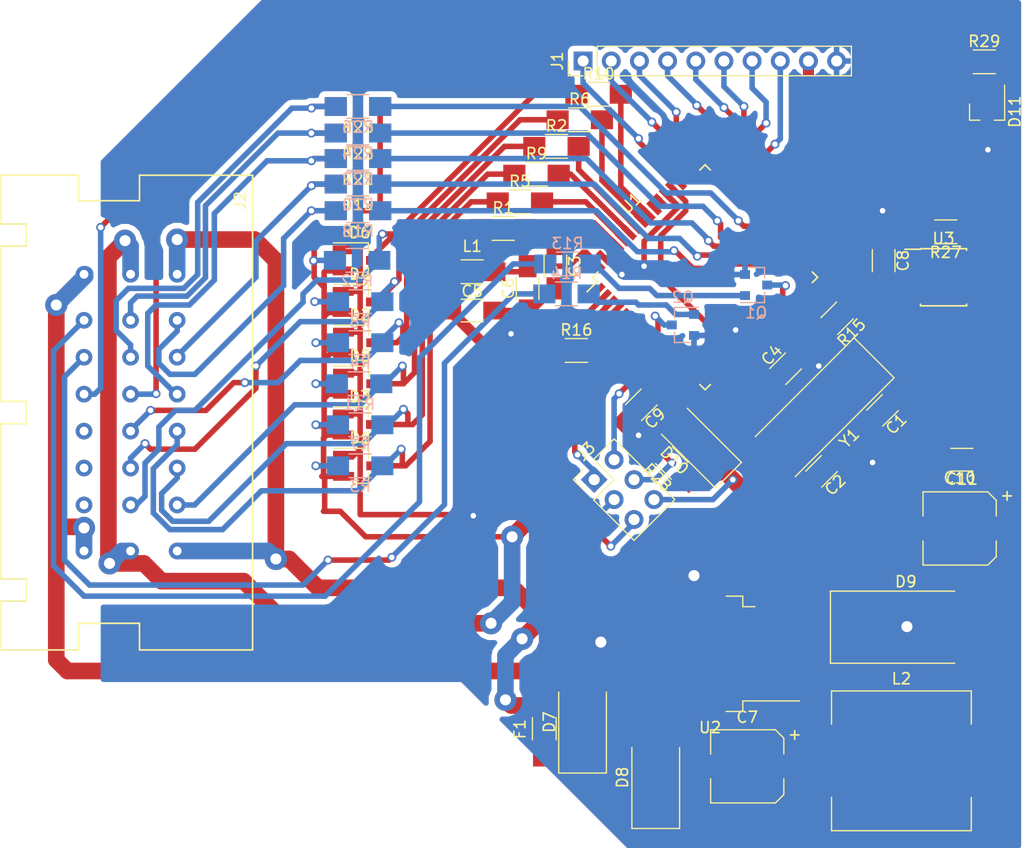
<source format=kicad_pcb>
(kicad_pcb (version 20171130) (host pcbnew "(5.0.1)-3")
  (layers (0 F.Cu signal) (31 B.Cu signal) (34 B.Paste user) (35 F.Paste user) (36 B.SilkS user) (37 F.SilkS user) (38 B.Mask user) (39 F.Mask user) (44 Edge.Cuts user))
  (net 0 "")
  (net 1 "Net-(C1-Pad1)")
  (net 2 GND)
  (net 3 "Net-(C2-Pad2)")
  (net 4 "Net-(C3-Pad1)")
  (net 5 /VCC)
  (net 6 "Net-(C6-Pad2)")
  (net 7 "Net-(C7-Pad1)")
  (net 8 /RESET)
  (net 9 /CANL)
  (net 10 /CANH)
  (net 11 /+12)
  (net 12 /PDO)
  (net 13 /SCK)
  (net 14 /PDI)
  (net 15 "Net-(Q1-Pad1)")
  (net 16 /TIMER1)
  (net 17 "Net-(Q2-Pad1)")
  (net 18 /TIMER3)
  (net 19 /TXCAN)
  (net 20 /RXCAN)
  (net 21 /P1_IN)
  (net 22 /P2_IN)
  (net 23 /P3_IN)
  (net 24 /P4_IN)
  (net 25 /P5_IN)
  (net 26 /ANALOG1_IN)
  (net 27 /ANALOG4_IN)
  (net 28 /ANALOG2_IN)
  (net 29 /ANALOG5_IN)
  (net 30 /ANALOG3_IN)
  (net 31 /IND2)
  (net 32 /IND1)
  (net 33 /ANALOG1)
  (net 34 /ANALOG4)
  (net 35 /ANALOG2)
  (net 36 /ANALOG5)
  (net 37 /ANALOG3)
  (net 38 /P1)
  (net 39 /P2)
  (net 40 /P3)
  (net 41 /P4)
  (net 42 /P5)
  (net 43 /External_Analog0)
  (net 44 /External_Analog1)
  (net 45 /External_Analog2)
  (net 46 /External_Analog3)
  (net 47 /External_Analog4)
  (net 48 /External_Analog5)
  (net 49 /External_Analog6)
  (net 50 /External_Analog7)
  (net 51 /ANALOG6_IN)
  (net 52 "Net-(D7-Pad1)")
  (net 53 "Net-(D9-Pad1)")
  (net 54 /ANALOG6)
  (net 55 "Net-(R27-Pad1)")
  (module Pin_Headers:Pin_Header_Straight_2x03_Pitch2.54mm (layer F.Cu) (at 66.5 59.75 45)
    (fp_text reference J3 (at 1.27 -2.33 45) (layer F.SilkS))
    (fp_text value Conn_02x03_Counter_Clockwise)
    (pad 1 thru_hole rect (at 0 0 45) (size 1.7 1.7) (drill 1) (layers *.Cu *.Mask) (net 12 /PDO))
    (pad 2 thru_hole oval (at 2.54 0 45) (size 1.7 1.7) (drill 1) (layers *.Cu *.Mask) (net 13 /SCK))
    (pad 3 thru_hole oval (at 0 2.54 45) (size 1.7 1.7) (drill 1) (layers *.Cu *.Mask) (net 2 GND))
    (pad 4 thru_hole oval (at 2.54 2.54 45) (size 1.7 1.7) (drill 1) (layers *.Cu *.Mask) (net 8 /RESET))
    (pad 5 thru_hole oval (at 0 5.079999 45) (size 1.7 1.7) (drill 1) (layers *.Cu *.Mask) (net 14 /PDI))
    (pad 6 thru_hole oval (at 2.54 5.08 45) (size 1.7 1.7) (drill 1) (layers *.Cu *.Mask) (net 5 /VCC))
  )
  (module Capacitors_SMD:C_1206_HandSoldering (layer F.Cu) (at 92.5 53.5 225)
    (fp_text reference C1 (at 0 -1.75 225) (layer F.SilkS))
    (fp_text value 22pF)
    (pad 1 smd rect (at -2.000001 0 225) (size 2 1.6) (layers F.Cu F.Paste F.Mask) (net 1 "Net-(C1-Pad1)"))
    (pad 2 smd rect (at 2.000001 0 225) (size 2 1.6) (layers F.Cu F.Paste F.Mask) (net 2 GND))
  )
  (module Capacitors_SMD:C_1206_HandSoldering (layer F.Cu) (at 87 59 225)
    (fp_text reference C2 (at 0 -1.75 225) (layer F.SilkS))
    (fp_text value 22pF)
    (pad 1 smd rect (at -2.000001 0 225) (size 2 1.6) (layers F.Cu F.Paste F.Mask) (net 2 GND))
    (pad 2 smd rect (at 2.000001 0 225) (size 2 1.6) (layers F.Cu F.Paste F.Mask) (net 3 "Net-(C2-Pad2)"))
  )
  (module Capacitors_SMD:C_1206_HandSoldering (layer F.Cu) (at 63 40.5 270)
    (fp_text reference C3 (at 0 -1.75 270) (layer F.SilkS))
    (fp_text value 100nF)
    (pad 1 smd rect (at -2 0 270) (size 2 1.6) (layers F.Cu F.Paste F.Mask) (net 4 "Net-(C3-Pad1)"))
    (pad 2 smd rect (at 2 0 270) (size 2 1.6) (layers F.Cu F.Paste F.Mask) (net 2 GND))
  )
  (module Capacitors_SMD:C_1206_HandSoldering (layer F.Cu) (at 83.75 49.75 45)
    (fp_text reference C4 (at 0 -1.75 45) (layer F.SilkS))
    (fp_text value 100nF)
    (pad 1 smd rect (at -2.000001 0 45) (size 2 1.6) (layers F.Cu F.Paste F.Mask) (net 5 /VCC))
    (pad 2 smd rect (at 2.000001 0 45) (size 2 1.6) (layers F.Cu F.Paste F.Mask) (net 2 GND))
  )
  (module Capacitors_SMD:C_1206_HandSoldering (layer F.Cu) (at 55.5 44.5)
    (fp_text reference C5 (at 0 -1.75) (layer F.SilkS))
    (fp_text value 100nF)
    (pad 1 smd rect (at -2 0) (size 2 1.6) (layers F.Cu F.Paste F.Mask) (net 5 /VCC))
    (pad 2 smd rect (at 2 0) (size 2 1.6) (layers F.Cu F.Paste F.Mask) (net 2 GND))
  )
  (module Capacitors_SMD:C_1206_HandSoldering (layer F.Cu) (at 60.5 42.5 90)
    (fp_text reference C6 (at 0 -1.75 90) (layer F.SilkS))
    (fp_text value 100nF)
    (pad 1 smd rect (at -2 0 90) (size 2 1.6) (layers F.Cu F.Paste F.Mask) (net 2 GND))
    (pad 2 smd rect (at 2 0 90) (size 2 1.6) (layers F.Cu F.Paste F.Mask) (net 6 "Net-(C6-Pad2)"))
  )
  (module Capacitors_SMD:CP_Elec_6.3x7.7 (layer F.Cu) (at 80.3 85.6 180)
    (fp_text reference C7 (at 0 4.43 180) (layer F.SilkS))
    (fp_text value 470uF/16V)
    (fp_text user + (at -4.28 2.91 180) (layer F.SilkS))
    (pad 1 smd rect (at -2.7 0) (size 3.5 1.6) (layers F.Cu F.Paste F.Mask) (net 7 "Net-(C7-Pad1)"))
    (pad 2 smd rect (at 2.7 0) (size 3.5 1.6) (layers F.Cu F.Paste F.Mask) (net 2 GND))
  )
  (module Capacitors_SMD:C_1206_HandSoldering (layer F.Cu) (at 92.6 40 270)
    (fp_text reference C8 (at 0 -1.75 270) (layer F.SilkS))
    (fp_text value 100nF)
    (pad 1 smd rect (at -2 0 270) (size 2 1.6) (layers F.Cu F.Paste F.Mask) (net 2 GND))
    (pad 2 smd rect (at 2 0 270) (size 2 1.6) (layers F.Cu F.Paste F.Mask) (net 5 /VCC))
  )
  (module Capacitors_SMD:C_1206_HandSoldering (layer F.Cu) (at 70.75 53 225)
    (fp_text reference C9 (at 0 -1.75 225) (layer F.SilkS))
    (fp_text value 100nF)
    (pad 1 smd rect (at -2.000001 0 225) (size 2 1.6) (layers F.Cu F.Paste F.Mask) (net 8 /RESET))
    (pad 2 smd rect (at 2.000001 0 225) (size 2 1.6) (layers F.Cu F.Paste F.Mask) (net 2 GND))
  )
  (module Capacitors_SMD:CP_Elec_6.3x5.8 (layer F.Cu) (at 99.45 64.15 180)
    (fp_text reference C10 (at 0 4.56 180) (layer F.SilkS))
    (fp_text value 100uF/6,3V)
    (fp_text user + (at -4.28 3.01 180) (layer F.SilkS))
    (pad 1 smd rect (at -2.7 0) (size 3.5 1.6) (layers F.Cu F.Paste F.Mask) (net 5 /VCC))
    (pad 2 smd rect (at 2.7 0) (size 3.5 1.6) (layers F.Cu F.Paste F.Mask) (net 2 GND))
  )
  (module Capacitors_SMD:C_1206_HandSoldering (layer F.Cu) (at 99.65 57.95 180)
    (fp_text reference C11 (at 0 -1.75 180) (layer F.SilkS))
    (fp_text value 100nF)
    (pad 1 smd rect (at -2 0 180) (size 2 1.6) (layers F.Cu F.Paste F.Mask) (net 5 /VCC))
    (pad 2 smd rect (at 2 0 180) (size 2 1.6) (layers F.Cu F.Paste F.Mask) (net 2 GND))
  )
  (module TO_SOT_Packages_SMD:SOT-23_Handsoldering (layer F.Cu) (at 45.4 58.5)
    (fp_text reference D1 (at 0 -2.5) (layer F.SilkS))
    (fp_text value BAT54S)
    (pad 1 smd rect (at -1.5 -0.95) (size 1.9 0.8) (layers F.Cu F.Paste F.Mask) (net 2 GND))
    (pad 2 smd rect (at -1.5 0.95) (size 1.9 0.8) (layers F.Cu F.Paste F.Mask) (net 5 /VCC))
    (pad 3 smd rect (at 1.5 0) (size 1.9 0.8) (layers F.Cu F.Paste F.Mask) (net 26 /ANALOG1_IN))
  )
  (module TO_SOT_Packages_SMD:SOT-23_Handsoldering (layer F.Cu) (at 45.4 47.4)
    (fp_text reference D2 (at 0 -2.5) (layer F.SilkS))
    (fp_text value BAT54S)
    (pad 1 smd rect (at -1.5 -0.95) (size 1.9 0.8) (layers F.Cu F.Paste F.Mask) (net 2 GND))
    (pad 2 smd rect (at -1.5 0.95) (size 1.9 0.8) (layers F.Cu F.Paste F.Mask) (net 5 /VCC))
    (pad 3 smd rect (at 1.5 0) (size 1.9 0.8) (layers F.Cu F.Paste F.Mask) (net 27 /ANALOG4_IN))
  )
  (module TO_SOT_Packages_SMD:SOT-23_Handsoldering (layer F.Cu) (at 45.375 54.775)
    (fp_text reference D3 (at 0 -2.5) (layer F.SilkS))
    (fp_text value BAT54S)
    (pad 1 smd rect (at -1.5 -0.95) (size 1.9 0.8) (layers F.Cu F.Paste F.Mask) (net 2 GND))
    (pad 2 smd rect (at -1.5 0.95) (size 1.9 0.8) (layers F.Cu F.Paste F.Mask) (net 5 /VCC))
    (pad 3 smd rect (at 1.5 0) (size 1.9 0.8) (layers F.Cu F.Paste F.Mask) (net 28 /ANALOG2_IN))
  )
  (module TO_SOT_Packages_SMD:SOT-23_Handsoldering (layer F.Cu) (at 45.375 43.725)
    (fp_text reference D4 (at 0 -2.5) (layer F.SilkS))
    (fp_text value BAT54S)
    (pad 1 smd rect (at -1.5 -0.95) (size 1.9 0.8) (layers F.Cu F.Paste F.Mask) (net 2 GND))
    (pad 2 smd rect (at -1.5 0.95) (size 1.9 0.8) (layers F.Cu F.Paste F.Mask) (net 5 /VCC))
    (pad 3 smd rect (at 1.5 0) (size 1.9 0.8) (layers F.Cu F.Paste F.Mask) (net 29 /ANALOG5_IN))
  )
  (module TO_SOT_Packages_SMD:SOT-23_Handsoldering (layer F.Cu) (at 45.4 51.1)
    (fp_text reference D5 (at 0 -2.5) (layer F.SilkS))
    (fp_text value BAT54S)
    (pad 1 smd rect (at -1.5 -0.95) (size 1.9 0.8) (layers F.Cu F.Paste F.Mask) (net 2 GND))
    (pad 2 smd rect (at -1.5 0.95) (size 1.9 0.8) (layers F.Cu F.Paste F.Mask) (net 5 /VCC))
    (pad 3 smd rect (at 1.5 0) (size 1.9 0.8) (layers F.Cu F.Paste F.Mask) (net 30 /ANALOG3_IN))
  )
  (module TO_SOT_Packages_SMD:SOT-23_Handsoldering (layer F.Cu) (at 45.375 39.975)
    (fp_text reference D6 (at 0 -2.5) (layer F.SilkS))
    (fp_text value BAT54S)
    (pad 1 smd rect (at -1.5 -0.95) (size 1.9 0.8) (layers F.Cu F.Paste F.Mask) (net 2 GND))
    (pad 2 smd rect (at -1.5 0.95) (size 1.9 0.8) (layers F.Cu F.Paste F.Mask) (net 5 /VCC))
    (pad 3 smd rect (at 1.5 0) (size 1.9 0.8) (layers F.Cu F.Paste F.Mask) (net 51 /ANALOG6_IN))
  )
  (module Diodes_SMD:D_SMB_Handsoldering (layer F.Cu) (at 65.45 81.6 90)
    (fp_text reference D7 (at 0 -3 90) (layer F.SilkS))
    (fp_text value SMBJ14CA)
    (pad 1 smd rect (at -2.7 0 90) (size 3.5 2.3) (layers F.Cu F.Paste F.Mask) (net 52 "Net-(D7-Pad1)"))
    (pad 2 smd rect (at 2.7 0 90) (size 3.5 2.3) (layers F.Cu F.Paste F.Mask) (net 2 GND))
  )
  (module Diodes_SMD:D_SMB_Handsoldering (layer F.Cu) (at 72.05 86.6 90)
    (fp_text reference D8 (at 0 -3 90) (layer F.SilkS))
    (fp_text value SS24)
    (pad 1 smd rect (at -2.7 0 90) (size 3.5 2.3) (layers F.Cu F.Paste F.Mask) (net 7 "Net-(C7-Pad1)"))
    (pad 2 smd rect (at 2.7 0 90) (size 3.5 2.3) (layers F.Cu F.Paste F.Mask) (net 52 "Net-(D7-Pad1)"))
  )
  (module Diodes_SMD:D_SMC_Handsoldering (layer F.Cu) (at 94.6 73.05)
    (fp_text reference D9 (at 0 -4.1) (layer F.SilkS))
    (fp_text value SS34)
    (pad 1 smd rect (at -4.4 0 90) (size 3.3 4.5) (layers F.Cu F.Paste F.Mask) (net 53 "Net-(D9-Pad1)"))
    (pad 2 smd rect (at 4.4 0 90) (size 3.3 4.5) (layers F.Cu F.Paste F.Mask) (net 2 GND))
  )
  (module Diodes_SMD:D_SMA_Handsoldering (layer F.Cu) (at 75.5 56.25 135)
    (fp_text reference D10 (at 0 -2.5 135) (layer F.SilkS))
    (fp_text value 1n4148)
    (pad 1 smd rect (at -2.5 0 135) (size 3.5 1.8) (layers F.Cu F.Paste F.Mask) (net 5 /VCC))
    (pad 2 smd rect (at 2.5 0 135) (size 3.5 1.8) (layers F.Cu F.Paste F.Mask) (net 8 /RESET))
  )
  (module TO_SOT_Packages_SMD:SOT-23_Handsoldering (layer F.Cu) (at 101.925 26.575 270)
    (fp_text reference D11 (at 0 -2.5 270) (layer F.SilkS))
    (fp_text value SM712)
    (pad 1 smd rect (at -1.5 -0.95 270) (size 1.9 0.8) (layers F.Cu F.Paste F.Mask) (net 9 /CANL))
    (pad 2 smd rect (at -1.5 0.95 270) (size 1.9 0.8) (layers F.Cu F.Paste F.Mask) (net 10 /CANH))
    (pad 3 smd rect (at 1.5 0 270) (size 1.9 0.8) (layers F.Cu F.Paste F.Mask) (net 2 GND))
  )
  (module Fuse_Holders_and_Fuses:Fuse_SMD1206_HandSoldering (layer F.Cu) (at 62 82.2 90)
    (fp_text reference F1 (at -0.05 -2.2 90) (layer F.SilkS))
    (fp_text value Fuse)
    (pad 1 smd rect (at -2.09 0 180) (size 2.03 2.65) (layers F.Cu F.Paste F.Mask) (net 52 "Net-(D7-Pad1)"))
    (pad 2 smd rect (at 2.09 0 180) (size 2.03 2.65) (layers F.Cu F.Paste F.Mask) (net 11 /+12))
  )
  (module Pin_Headers:Pin_Header_Straight_1x10_Pitch2.54mm (layer F.Cu) (at 65.5 22 90)
    (fp_text reference J1 (at 0 -2.33 90) (layer F.SilkS))
    (fp_text value Conn_01x10)
    (pad 1 thru_hole rect (at 0 0 90) (size 1.7 1.7) (drill 1) (layers *.Cu *.Mask) (net 43 /External_Analog0))
    (pad 2 thru_hole oval (at 0 2.54 90) (size 1.7 1.7) (drill 1) (layers *.Cu *.Mask) (net 44 /External_Analog1))
    (pad 3 thru_hole oval (at 0 5.08 90) (size 1.7 1.7) (drill 1) (layers *.Cu *.Mask) (net 45 /External_Analog2))
    (pad 4 thru_hole oval (at 0 7.62 90) (size 1.7 1.7) (drill 1) (layers *.Cu *.Mask) (net 46 /External_Analog3))
    (pad 5 thru_hole oval (at 0 10.16 90) (size 1.7 1.7) (drill 1) (layers *.Cu *.Mask) (net 47 /External_Analog4))
    (pad 6 thru_hole oval (at 0 12.7 90) (size 1.7 1.7) (drill 1) (layers *.Cu *.Mask) (net 48 /External_Analog5))
    (pad 7 thru_hole oval (at 0 15.24 90) (size 1.7 1.7) (drill 1) (layers *.Cu *.Mask) (net 49 /External_Analog6))
    (pad 8 thru_hole oval (at 0 17.78 90) (size 1.7 1.7) (drill 1) (layers *.Cu *.Mask) (net 50 /External_Analog7))
    (pad 9 thru_hole oval (at 0 20.32 90) (size 1.7 1.7) (drill 1) (layers *.Cu *.Mask) (net 5 /VCC))
    (pad 10 thru_hole oval (at 0 22.86 90) (size 1.7 1.7) (drill 1) (layers *.Cu *.Mask) (net 2 GND))
  )
  (module fci:fci_connector_24pin (layer F.Cu) (at 24.7 53.7 270)
    (fp_text reference J2 (at -19.1 -9.9 270) (layer F.SilkS))
    (fp_text value fci_connector_24pin)
    (pad 24 thru_hole circle (at 12.48 4.2 270) (size 1.5 1.5) (drill 0.8) (layers *.Cu *.Mask) (net 2 GND))
    (pad 23 thru_hole circle (at 8.33 4.2 270) (size 1.5 1.5) (drill 0.8) (layers *.Cu *.Mask))
    (pad 22 thru_hole circle (at 5 4.2 270) (size 1.5 1.5) (drill 0.8) (layers *.Cu *.Mask))
    (pad 21 thru_hole circle (at 1.67 4.2 270) (size 1.5 1.5) (drill 0.8) (layers *.Cu *.Mask))
    (pad 20 thru_hole circle (at -1.66 4.2 270) (size 1.5 1.5) (drill 0.8) (layers *.Cu *.Mask) (net 9 /CANL))
    (pad 19 thru_hole circle (at -4.99 4.2 270) (size 1.5 1.5) (drill 0.8) (layers *.Cu *.Mask) (net 31 /IND2))
    (pad 18 thru_hole circle (at -8.32 4.2 270) (size 1.5 1.5) (drill 0.8) (layers *.Cu *.Mask) (net 32 /IND1))
    (pad 15 thru_hole circle (at 8.33 0 270) (size 1.5 1.5) (drill 0.8) (layers *.Cu *.Mask) (net 51 /ANALOG6_IN))
    (pad 14 thru_hole circle (at 5 0 270) (size 1.5 1.5) (drill 0.8) (layers *.Cu *.Mask) (net 29 /ANALOG5_IN))
    (pad 13 thru_hole circle (at 1.67 0 270) (size 1.5 1.5) (drill 0.8) (layers *.Cu *.Mask) (net 27 /ANALOG4_IN))
    (pad 12 thru_hole circle (at -1.66 0 270) (size 1.5 1.5) (drill 0.8) (layers *.Cu *.Mask) (net 10 /CANH))
    (pad 11 thru_hole circle (at -4.99 0 270) (size 1.5 1.5) (drill 0.8) (layers *.Cu *.Mask) (net 25 /P5_IN))
    (pad 10 thru_hole circle (at -8.32 0 270) (size 1.5 1.5) (drill 0.8) (layers *.Cu *.Mask) (net 24 /P4_IN))
    (pad 7 thru_hole circle (at 8.33 -4.2 270) (size 1.5 1.5) (drill 0.8) (layers *.Cu *.Mask) (net 30 /ANALOG3_IN))
    (pad 6 thru_hole circle (at 5 -4.2 270) (size 1.5 1.5) (drill 0.8) (layers *.Cu *.Mask) (net 28 /ANALOG2_IN))
    (pad 5 thru_hole circle (at 1.67 -4.2 270) (size 1.5 1.5) (drill 0.8) (layers *.Cu *.Mask) (net 26 /ANALOG1_IN))
    (pad 4 thru_hole circle (at -1.66 -4.2 270) (size 1.5 1.5) (drill 0.8) (layers *.Cu *.Mask) (net 23 /P3_IN))
    (pad 3 thru_hole circle (at -4.99 -4.2 270) (size 1.5 1.5) (drill 0.8) (layers *.Cu *.Mask) (net 22 /P2_IN))
    (pad 2 thru_hole circle (at -8.32 -4.2 270) (size 1.5 1.5) (drill 0.8) (layers *.Cu *.Mask) (net 21 /P1_IN))
    (pad 17 thru_hole circle (at -12.47 4.2 270) (size 1.5 1.5) (drill 0.8) (layers *.Cu *.Mask) (net 2 GND))
    (pad 16 thru_hole circle (at 12.48 0 270) (size 1.5 1.5) (drill 0.8) (layers *.Cu *.Mask) (net 5 /VCC))
    (pad 9 thru_hole circle (at -12.47 0 270) (size 1.5 1.5) (drill 0.8) (layers *.Cu *.Mask) (net 5 /VCC))
    (pad 8 thru_hole circle (at 12.48 -4.2 270) (size 1.5 1.5) (drill 0.8) (layers *.Cu *.Mask) (net 11 /+12))
    (pad 1 thru_hole circle (at -12.47 -4.2 270) (size 1.5 1.5) (drill 0.8) (layers *.Cu *.Mask) (net 11 /+12))
  )
  (module Inductors_SMD:L_1206_HandSoldering (layer F.Cu) (at 55.5 41)
    (fp_text reference L1 (at 0 -2.3) (layer F.SilkS))
    (fp_text value 10uH)
    (pad 1 smd rect (at -2 0) (size 2 1.7) (layers F.Cu F.Paste F.Mask) (net 5 /VCC))
    (pad 2 smd rect (at 2 0) (size 2 1.7) (layers F.Cu F.Paste F.Mask) (net 6 "Net-(C6-Pad2)"))
  )
  (module Inductors_SMD:L_12x12mm_h8mm (layer F.Cu) (at 94.2 85.1)
    (fp_text reference L2 (at 0 -7.4) (layer F.SilkS))
    (fp_text value 33uH/3A)
    (pad 1 smd rect (at -4.95 0) (size 2.9 5.4) (layers F.Cu F.Paste F.Mask) (net 53 "Net-(D9-Pad1)"))
    (pad 2 smd rect (at 4.95 0) (size 2.9 5.4) (layers F.Cu F.Paste F.Mask) (net 5 /VCC))
  )
  (module TO_SOT_Packages_SMD:SOT-23 (layer B.Cu) (at 81.1 42.2)
    (fp_text reference Q1 (at 0 2.5) (layer B.SilkS) (effects (justify mirror)))
    (fp_text value BC817)
    (pad 1 smd rect (at -1 0.95) (size 0.9 0.8) (layers B.Cu B.Paste B.Mask) (net 15 "Net-(Q1-Pad1)"))
    (pad 2 smd rect (at -1 -0.95) (size 0.9 0.8) (layers B.Cu B.Paste B.Mask) (net 2 GND))
    (pad 3 smd rect (at 1 0) (size 0.9 0.8) (layers B.Cu B.Paste B.Mask) (net 16 /TIMER1))
  )
  (module TO_SOT_Packages_SMD:SOT-23 (layer B.Cu) (at 74.5 45.8 180)
    (fp_text reference Q2 (at 0 2.5 180) (layer B.SilkS) (effects (justify mirror)))
    (fp_text value BC817)
    (pad 1 smd rect (at -1 0.95 180) (size 0.9 0.8) (layers B.Cu B.Paste B.Mask) (net 17 "Net-(Q2-Pad1)"))
    (pad 2 smd rect (at -1 -0.95 180) (size 0.9 0.8) (layers B.Cu B.Paste B.Mask) (net 2 GND))
    (pad 3 smd rect (at 1 0 180) (size 0.9 0.8) (layers B.Cu B.Paste B.Mask) (net 18 /TIMER3))
  )
  (module Resistors_SMD:R_1206_HandSoldering (layer F.Cu) (at 58.3 37.1)
    (fp_text reference R1 (at 0 -1.85) (layer F.SilkS))
    (fp_text value 470)
    (pad 1 smd rect (at -2 0) (size 2 1.7) (layers F.Cu F.Paste F.Mask) (net 26 /ANALOG1_IN))
    (pad 2 smd rect (at 2 0) (size 2 1.7) (layers F.Cu F.Paste F.Mask) (net 33 /ANALOG1))
  )
  (module Resistors_SMD:R_1206_HandSoldering (layer F.Cu) (at 63.1 29.7)
    (fp_text reference R2 (at 0 -1.85) (layer F.SilkS))
    (fp_text value 470)
    (pad 1 smd rect (at -2 0) (size 2 1.7) (layers F.Cu F.Paste F.Mask) (net 27 /ANALOG4_IN))
    (pad 2 smd rect (at 2 0) (size 2 1.7) (layers F.Cu F.Paste F.Mask) (net 34 /ANALOG4))
  )
  (module Resistors_SMD:R_1206_HandSoldering (layer B.Cu) (at 45.4 58.5)
    (fp_text reference R3 (at 0 1.85) (layer B.SilkS) (effects (justify mirror)))
    (fp_text value 4k7)
    (pad 1 smd rect (at -2 0) (size 2 1.7) (layers B.Cu B.Paste B.Mask) (net 5 /VCC))
    (pad 2 smd rect (at 2 0) (size 2 1.7) (layers B.Cu B.Paste B.Mask) (net 26 /ANALOG1_IN))
  )
  (module Resistors_SMD:R_1206_HandSoldering (layer B.Cu) (at 45.4 47.4)
    (fp_text reference R4 (at 0 1.85) (layer B.SilkS) (effects (justify mirror)))
    (fp_text value 4k7)
    (pad 1 smd rect (at -2 0) (size 2 1.7) (layers B.Cu B.Paste B.Mask) (net 5 /VCC))
    (pad 2 smd rect (at 2 0) (size 2 1.7) (layers B.Cu B.Paste B.Mask) (net 27 /ANALOG4_IN))
  )
  (module Resistors_SMD:R_1206_HandSoldering (layer F.Cu) (at 59.8 34.7)
    (fp_text reference R5 (at 0 -1.85) (layer F.SilkS))
    (fp_text value 470)
    (pad 1 smd rect (at -2 0) (size 2 1.7) (layers F.Cu F.Paste F.Mask) (net 28 /ANALOG2_IN))
    (pad 2 smd rect (at 2 0) (size 2 1.7) (layers F.Cu F.Paste F.Mask) (net 35 /ANALOG2))
  )
  (module Resistors_SMD:R_1206_HandSoldering (layer F.Cu) (at 65.2 27.3)
    (fp_text reference R6 (at 0 -1.85) (layer F.SilkS))
    (fp_text value 470)
    (pad 1 smd rect (at -2 0) (size 2 1.7) (layers F.Cu F.Paste F.Mask) (net 29 /ANALOG5_IN))
    (pad 2 smd rect (at 2 0) (size 2 1.7) (layers F.Cu F.Paste F.Mask) (net 36 /ANALOG5))
  )
  (module Resistors_SMD:R_1206_HandSoldering (layer B.Cu) (at 45.4 54.8)
    (fp_text reference R7 (at 0 1.85) (layer B.SilkS) (effects (justify mirror)))
    (fp_text value 4k7)
    (pad 1 smd rect (at -2 0) (size 2 1.7) (layers B.Cu B.Paste B.Mask) (net 5 /VCC))
    (pad 2 smd rect (at 2 0) (size 2 1.7) (layers B.Cu B.Paste B.Mask) (net 28 /ANALOG2_IN))
  )
  (module Resistors_SMD:R_1206_HandSoldering (layer B.Cu) (at 45.4 43.7)
    (fp_text reference R8 (at 0 1.85) (layer B.SilkS) (effects (justify mirror)))
    (fp_text value 4k7)
    (pad 1 smd rect (at -2 0) (size 2 1.7) (layers B.Cu B.Paste B.Mask) (net 5 /VCC))
    (pad 2 smd rect (at 2 0) (size 2 1.7) (layers B.Cu B.Paste B.Mask) (net 29 /ANALOG5_IN))
  )
  (module Resistors_SMD:R_1206_HandSoldering (layer F.Cu) (at 61.3 32.2)
    (fp_text reference R9 (at 0 -1.85) (layer F.SilkS))
    (fp_text value 470)
    (pad 1 smd rect (at -2 0) (size 2 1.7) (layers F.Cu F.Paste F.Mask) (net 30 /ANALOG3_IN))
    (pad 2 smd rect (at 2 0) (size 2 1.7) (layers F.Cu F.Paste F.Mask) (net 37 /ANALOG3))
  )
  (module Resistors_SMD:R_1206_HandSoldering (layer F.Cu) (at 66.9 25)
    (fp_text reference R10 (at 0 -1.85) (layer F.SilkS))
    (fp_text value 470)
    (pad 1 smd rect (at -2 0) (size 2 1.7) (layers F.Cu F.Paste F.Mask) (net 51 /ANALOG6_IN))
    (pad 2 smd rect (at 2 0) (size 2 1.7) (layers F.Cu F.Paste F.Mask) (net 54 /ANALOG6))
  )
  (module Resistors_SMD:R_1206_HandSoldering (layer B.Cu) (at 45.3 51.1)
    (fp_text reference R11 (at 0 1.85) (layer B.SilkS) (effects (justify mirror)))
    (fp_text value 4k7)
    (pad 1 smd rect (at -2 0) (size 2 1.7) (layers B.Cu B.Paste B.Mask) (net 5 /VCC))
    (pad 2 smd rect (at 2 0) (size 2 1.7) (layers B.Cu B.Paste B.Mask) (net 30 /ANALOG3_IN))
  )
  (module Resistors_SMD:R_1206_HandSoldering (layer B.Cu) (at 45.125 39.975)
    (fp_text reference R12 (at 0 1.85) (layer B.SilkS) (effects (justify mirror)))
    (fp_text value 4k7)
    (pad 1 smd rect (at -2 0) (size 2 1.7) (layers B.Cu B.Paste B.Mask) (net 5 /VCC))
    (pad 2 smd rect (at 2 0) (size 2 1.7) (layers B.Cu B.Paste B.Mask) (net 51 /ANALOG6_IN))
  )
  (module Resistors_SMD:R_1206_HandSoldering (layer B.Cu) (at 64.1 40.3 180)
    (fp_text reference R13 (at 0 1.85 180) (layer B.SilkS) (effects (justify mirror)))
    (fp_text value 2k7)
    (pad 1 smd rect (at -2 0 180) (size 2 1.7) (layers B.Cu B.Paste B.Mask) (net 15 "Net-(Q1-Pad1)"))
    (pad 2 smd rect (at 2 0 180) (size 2 1.7) (layers B.Cu B.Paste B.Mask) (net 32 /IND1))
  )
  (module Resistors_SMD:R_1206_HandSoldering (layer B.Cu) (at 64 43 180)
    (fp_text reference R14 (at 0 1.85 180) (layer B.SilkS) (effects (justify mirror)))
    (fp_text value 2k7)
    (pad 1 smd rect (at -2 0 180) (size 2 1.7) (layers B.Cu B.Paste B.Mask) (net 17 "Net-(Q2-Pad1)"))
    (pad 2 smd rect (at 2 0 180) (size 2 1.7) (layers B.Cu B.Paste B.Mask) (net 31 /IND2))
  )
  (module Resistors_SMD:R_1206_HandSoldering (layer F.Cu) (at 88.4 45.2 225)
    (fp_text reference R15 (at 0 -1.850001 225) (layer F.SilkS))
    (fp_text value 4k7)
    (pad 1 smd rect (at -2.000001 0 225) (size 2 1.7) (layers F.Cu F.Paste F.Mask) (net 5 /VCC))
    (pad 2 smd rect (at 2.000001 0 225) (size 2 1.7) (layers F.Cu F.Paste F.Mask) (net 16 /TIMER1))
  )
  (module Resistors_SMD:R_1206_HandSoldering (layer F.Cu) (at 64.9 48.1)
    (fp_text reference R16 (at 0 -1.85) (layer F.SilkS))
    (fp_text value 4k7)
    (pad 1 smd rect (at -2 0) (size 2 1.7) (layers F.Cu F.Paste F.Mask) (net 5 /VCC))
    (pad 2 smd rect (at 2 0) (size 2 1.7) (layers F.Cu F.Paste F.Mask) (net 18 /TIMER3))
  )
  (module Resistors_SMD:R_1206_HandSoldering (layer F.Cu) (at 45.2 35.5 180)
    (fp_text reference R17 (at 0 -1.85 180) (layer F.SilkS))
    (fp_text value 4k7)
    (pad 1 smd rect (at -2 0 180) (size 2 1.7) (layers F.Cu F.Paste F.Mask) (net 5 /VCC))
    (pad 2 smd rect (at 2 0 180) (size 2 1.7) (layers F.Cu F.Paste F.Mask) (net 21 /P1_IN))
  )
  (module Resistors_SMD:R_1206_HandSoldering (layer B.Cu) (at 45.2 35.5)
    (fp_text reference R18 (at 0 1.85) (layer B.SilkS) (effects (justify mirror)))
    (fp_text value 100)
    (pad 1 smd rect (at -2 0) (size 2 1.7) (layers B.Cu B.Paste B.Mask) (net 21 /P1_IN))
    (pad 2 smd rect (at 2 0) (size 2 1.7) (layers B.Cu B.Paste B.Mask) (net 38 /P1))
  )
  (module Resistors_SMD:R_1206_HandSoldering (layer F.Cu) (at 45.2 33.1 180)
    (fp_text reference R19 (at 0 -1.85 180) (layer F.SilkS))
    (fp_text value 4k7)
    (pad 1 smd rect (at -2 0 180) (size 2 1.7) (layers F.Cu F.Paste F.Mask) (net 5 /VCC))
    (pad 2 smd rect (at 2 0 180) (size 2 1.7) (layers F.Cu F.Paste F.Mask) (net 22 /P2_IN))
  )
  (module Resistors_SMD:R_1206_HandSoldering (layer B.Cu) (at 45.2 33.1)
    (fp_text reference R20 (at 0 1.85) (layer B.SilkS) (effects (justify mirror)))
    (fp_text value 100)
    (pad 1 smd rect (at -2 0) (size 2 1.7) (layers B.Cu B.Paste B.Mask) (net 22 /P2_IN))
    (pad 2 smd rect (at 2 0) (size 2 1.7) (layers B.Cu B.Paste B.Mask) (net 39 /P2))
  )
  (module Resistors_SMD:R_1206_HandSoldering (layer F.Cu) (at 45.2 30.8 180)
    (fp_text reference R21 (at 0 -1.85 180) (layer F.SilkS))
    (fp_text value 4k7)
    (pad 1 smd rect (at -2 0 180) (size 2 1.7) (layers F.Cu F.Paste F.Mask) (net 5 /VCC))
    (pad 2 smd rect (at 2 0 180) (size 2 1.7) (layers F.Cu F.Paste F.Mask) (net 23 /P3_IN))
  )
  (module Resistors_SMD:R_1206_HandSoldering (layer B.Cu) (at 45.2 30.8)
    (fp_text reference R22 (at 0 1.85) (layer B.SilkS) (effects (justify mirror)))
    (fp_text value 100)
    (pad 1 smd rect (at -2 0) (size 2 1.7) (layers B.Cu B.Paste B.Mask) (net 23 /P3_IN))
    (pad 2 smd rect (at 2 0) (size 2 1.7) (layers B.Cu B.Paste B.Mask) (net 40 /P3))
  )
  (module Resistors_SMD:R_1206_HandSoldering (layer F.Cu) (at 45.2 28.5 180)
    (fp_text reference R23 (at 0 -1.85 180) (layer F.SilkS))
    (fp_text value 4k7)
    (pad 1 smd rect (at -2 0 180) (size 2 1.7) (layers F.Cu F.Paste F.Mask) (net 5 /VCC))
    (pad 2 smd rect (at 2 0 180) (size 2 1.7) (layers F.Cu F.Paste F.Mask) (net 24 /P4_IN))
  )
  (module Resistors_SMD:R_1206_HandSoldering (layer B.Cu) (at 45.2 28.5)
    (fp_text reference R24 (at 0 1.85) (layer B.SilkS) (effects (justify mirror)))
    (fp_text value 100)
    (pad 1 smd rect (at -2 0) (size 2 1.7) (layers B.Cu B.Paste B.Mask) (net 24 /P4_IN))
    (pad 2 smd rect (at 2 0) (size 2 1.7) (layers B.Cu B.Paste B.Mask) (net 41 /P4))
  )
  (module Resistors_SMD:R_1206_HandSoldering (layer F.Cu) (at 45.2 26.1 180)
    (fp_text reference R25 (at 0 -1.85 180) (layer F.SilkS))
    (fp_text value 4k7)
    (pad 1 smd rect (at -2 0 180) (size 2 1.7) (layers F.Cu F.Paste F.Mask) (net 5 /VCC))
    (pad 2 smd rect (at 2 0 180) (size 2 1.7) (layers F.Cu F.Paste F.Mask) (net 25 /P5_IN))
  )
  (module Resistors_SMD:R_1206_HandSoldering (layer B.Cu) (at 45.2 26.1)
    (fp_text reference R26 (at 0 1.85) (layer B.SilkS) (effects (justify mirror)))
    (fp_text value 100)
    (pad 1 smd rect (at -2 0) (size 2 1.7) (layers B.Cu B.Paste B.Mask) (net 25 /P5_IN))
    (pad 2 smd rect (at 2 0) (size 2 1.7) (layers B.Cu B.Paste B.Mask) (net 42 /P5))
  )
  (module Resistors_SMD:R_1206_HandSoldering (layer F.Cu) (at 98.2 37.4 180)
    (fp_text reference R27 (at 0 -1.85 180) (layer F.SilkS))
    (fp_text value 10k)
    (pad 1 smd rect (at -2 0 180) (size 2 1.7) (layers F.Cu F.Paste F.Mask) (net 55 "Net-(R27-Pad1)"))
    (pad 2 smd rect (at 2 0 180) (size 2 1.7) (layers F.Cu F.Paste F.Mask) (net 2 GND))
  )
  (module Resistors_SMD:R_1206_HandSoldering (layer F.Cu) (at 73.5 58.25 135)
    (fp_text reference R28 (at 0 -1.85 135) (layer F.SilkS))
    (fp_text value 4k7)
    (pad 1 smd rect (at -2.000001 0 135) (size 2 1.7) (layers F.Cu F.Paste F.Mask) (net 5 /VCC))
    (pad 2 smd rect (at 2.000001 0 135) (size 2 1.7) (layers F.Cu F.Paste F.Mask) (net 8 /RESET))
  )
  (module Resistors_SMD:R_1206_HandSoldering (layer F.Cu) (at 101.675 22.075)
    (fp_text reference R29 (at 0 -1.85) (layer F.SilkS))
    (fp_text value 120)
    (pad 1 smd rect (at -2 0) (size 2 1.7) (layers F.Cu F.Paste F.Mask) (net 10 /CANH))
    (pad 2 smd rect (at 2 0) (size 2 1.7) (layers F.Cu F.Paste F.Mask) (net 9 /CANL))
  )
  (module Housings_QFP:TQFP-64_14x14mm_Pitch0.8mm (layer F.Cu) (at 76.5 41.5 45)
    (fp_text reference U1 (at 0 -9.45 45) (layer F.SilkS))
    (fp_text value AT90CAN32-16AU)
    (pad 1 smd rect (at -7.7 -6 45) (size 1.5 0.55) (layers F.Cu F.Paste F.Mask))
    (pad 2 smd rect (at -7.7 -5.2 45) (size 1.5 0.55) (layers F.Cu F.Paste F.Mask) (net 14 /PDI))
    (pad 3 smd rect (at -7.7 -4.4 45) (size 1.5 0.55) (layers F.Cu F.Paste F.Mask) (net 12 /PDO))
    (pad 4 smd rect (at -7.7 -3.6 45) (size 1.5 0.55) (layers F.Cu F.Paste F.Mask))
    (pad 5 smd rect (at -7.7 -2.8 45) (size 1.5 0.55) (layers F.Cu F.Paste F.Mask))
    (pad 6 smd rect (at -7.7 -2 45) (size 1.5 0.55) (layers F.Cu F.Paste F.Mask))
    (pad 7 smd rect (at -7.7 -1.2 45) (size 1.5 0.55) (layers F.Cu F.Paste F.Mask))
    (pad 8 smd rect (at -7.7 -0.4 45) (size 1.5 0.55) (layers F.Cu F.Paste F.Mask))
    (pad 9 smd rect (at -7.7 0.4 45) (size 1.5 0.55) (layers F.Cu F.Paste F.Mask) (net 18 /TIMER3))
    (pad 10 smd rect (at -7.7 1.2 45) (size 1.5 0.55) (layers F.Cu F.Paste F.Mask))
    (pad 11 smd rect (at -7.7 2 45) (size 1.5 0.55) (layers F.Cu F.Paste F.Mask) (net 13 /SCK))
    (pad 12 smd rect (at -7.7 2.8 45) (size 1.5 0.55) (layers F.Cu F.Paste F.Mask))
    (pad 13 smd rect (at -7.7 3.6 45) (size 1.5 0.55) (layers F.Cu F.Paste F.Mask))
    (pad 14 smd rect (at -7.7 4.4 45) (size 1.5 0.55) (layers F.Cu F.Paste F.Mask))
    (pad 15 smd rect (at -7.7 5.2 45) (size 1.5 0.55) (layers F.Cu F.Paste F.Mask))
    (pad 16 smd rect (at -7.7 6 45) (size 1.5 0.55) (layers F.Cu F.Paste F.Mask))
    (pad 17 smd rect (at -6 7.7 135) (size 1.5 0.55) (layers F.Cu F.Paste F.Mask))
    (pad 18 smd rect (at -5.2 7.7 135) (size 1.5 0.55) (layers F.Cu F.Paste F.Mask))
    (pad 19 smd rect (at -4.4 7.7 135) (size 1.5 0.55) (layers F.Cu F.Paste F.Mask))
    (pad 20 smd rect (at -3.6 7.7 135) (size 1.5 0.55) (layers F.Cu F.Paste F.Mask) (net 8 /RESET))
    (pad 21 smd rect (at -2.8 7.7 135) (size 1.5 0.55) (layers F.Cu F.Paste F.Mask) (net 5 /VCC))
    (pad 22 smd rect (at -2 7.7 135) (size 1.5 0.55) (layers F.Cu F.Paste F.Mask) (net 2 GND))
    (pad 23 smd rect (at -1.2 7.7 135) (size 1.5 0.55) (layers F.Cu F.Paste F.Mask) (net 3 "Net-(C2-Pad2)"))
    (pad 24 smd rect (at -0.4 7.7 135) (size 1.5 0.55) (layers F.Cu F.Paste F.Mask) (net 1 "Net-(C1-Pad1)"))
    (pad 25 smd rect (at 0.4 7.7 135) (size 1.5 0.55) (layers F.Cu F.Paste F.Mask))
    (pad 26 smd rect (at 1.2 7.7 135) (size 1.5 0.55) (layers F.Cu F.Paste F.Mask))
    (pad 27 smd rect (at 2 7.7 135) (size 1.5 0.55) (layers F.Cu F.Paste F.Mask))
    (pad 28 smd rect (at 2.8 7.7 135) (size 1.5 0.55) (layers F.Cu F.Paste F.Mask))
    (pad 29 smd rect (at 3.6 7.7 135) (size 1.5 0.55) (layers F.Cu F.Paste F.Mask) (net 16 /TIMER1))
    (pad 30 smd rect (at 4.4 7.7 135) (size 1.5 0.55) (layers F.Cu F.Paste F.Mask) (net 19 /TXCAN))
    (pad 31 smd rect (at 5.2 7.7 135) (size 1.5 0.55) (layers F.Cu F.Paste F.Mask) (net 20 /RXCAN))
    (pad 32 smd rect (at 6 7.7 135) (size 1.5 0.55) (layers F.Cu F.Paste F.Mask))
    (pad 33 smd rect (at 7.7 6 45) (size 1.5 0.55) (layers F.Cu F.Paste F.Mask))
    (pad 34 smd rect (at 7.7 5.2 45) (size 1.5 0.55) (layers F.Cu F.Paste F.Mask))
    (pad 35 smd rect (at 7.7 4.4 45) (size 1.5 0.55) (layers F.Cu F.Paste F.Mask))
    (pad 36 smd rect (at 7.7 3.6 45) (size 1.5 0.55) (layers F.Cu F.Paste F.Mask))
    (pad 37 smd rect (at 7.7 2.8 45) (size 1.5 0.55) (layers F.Cu F.Paste F.Mask) (net 38 /P1))
    (pad 38 smd rect (at 7.7 2 45) (size 1.5 0.55) (layers F.Cu F.Paste F.Mask) (net 39 /P2))
    (pad 39 smd rect (at 7.7 1.2 45) (size 1.5 0.55) (layers F.Cu F.Paste F.Mask) (net 40 /P3))
    (pad 40 smd rect (at 7.7 0.4 45) (size 1.5 0.55) (layers F.Cu F.Paste F.Mask) (net 41 /P4))
    (pad 41 smd rect (at 7.7 -0.4 45) (size 1.5 0.55) (layers F.Cu F.Paste F.Mask) (net 42 /P5))
    (pad 42 smd rect (at 7.7 -1.2 45) (size 1.5 0.55) (layers F.Cu F.Paste F.Mask))
    (pad 43 smd rect (at 7.7 -2 45) (size 1.5 0.55) (layers F.Cu F.Paste F.Mask))
    (pad 44 smd rect (at 7.7 -2.8 45) (size 1.5 0.55) (layers F.Cu F.Paste F.Mask) (net 50 /External_Analog7))
    (pad 45 smd rect (at 7.7 -3.6 45) (size 1.5 0.55) (layers F.Cu F.Paste F.Mask) (net 49 /External_Analog6))
    (pad 46 smd rect (at 7.7 -4.4 45) (size 1.5 0.55) (layers F.Cu F.Paste F.Mask) (net 48 /External_Analog5))
    (pad 47 smd rect (at 7.7 -5.2 45) (size 1.5 0.55) (layers F.Cu F.Paste F.Mask) (net 47 /External_Analog4))
    (pad 48 smd rect (at 7.7 -6 45) (size 1.5 0.55) (layers F.Cu F.Paste F.Mask) (net 46 /External_Analog3))
    (pad 49 smd rect (at 6 -7.7 135) (size 1.5 0.55) (layers F.Cu F.Paste F.Mask) (net 45 /External_Analog2))
    (pad 50 smd rect (at 5.2 -7.7 135) (size 1.5 0.55) (layers F.Cu F.Paste F.Mask) (net 44 /External_Analog1))
    (pad 51 smd rect (at 4.4 -7.7 135) (size 1.5 0.55) (layers F.Cu F.Paste F.Mask) (net 43 /External_Analog0))
    (pad 52 smd rect (at 3.6 -7.7 135) (size 1.5 0.55) (layers F.Cu F.Paste F.Mask) (net 5 /VCC))
    (pad 53 smd rect (at 2.8 -7.7 135) (size 1.5 0.55) (layers F.Cu F.Paste F.Mask) (net 2 GND))
    (pad 54 smd rect (at 2 -7.7 135) (size 1.5 0.55) (layers F.Cu F.Paste F.Mask))
    (pad 55 smd rect (at 1.2 -7.7 135) (size 1.5 0.55) (layers F.Cu F.Paste F.Mask))
    (pad 56 smd rect (at 0.4 -7.7 135) (size 1.5 0.55) (layers F.Cu F.Paste F.Mask) (net 54 /ANALOG6))
    (pad 57 smd rect (at -0.4 -7.7 135) (size 1.5 0.55) (layers F.Cu F.Paste F.Mask) (net 36 /ANALOG5))
    (pad 58 smd rect (at -1.2 -7.7 135) (size 1.5 0.55) (layers F.Cu F.Paste F.Mask) (net 34 /ANALOG4))
    (pad 59 smd rect (at -2 -7.7 135) (size 1.5 0.55) (layers F.Cu F.Paste F.Mask) (net 37 /ANALOG3))
    (pad 60 smd rect (at -2.8 -7.7 135) (size 1.5 0.55) (layers F.Cu F.Paste F.Mask) (net 35 /ANALOG2))
    (pad 61 smd rect (at -3.6 -7.7 135) (size 1.5 0.55) (layers F.Cu F.Paste F.Mask) (net 33 /ANALOG1))
    (pad 62 smd rect (at -4.4 -7.7 135) (size 1.5 0.55) (layers F.Cu F.Paste F.Mask) (net 4 "Net-(C3-Pad1)"))
    (pad 63 smd rect (at -5.2 -7.7 135) (size 1.5 0.55) (layers F.Cu F.Paste F.Mask) (net 2 GND))
    (pad 64 smd rect (at -6 -7.7 135) (size 1.5 0.55) (layers F.Cu F.Paste F.Mask) (net 6 "Net-(C6-Pad2)"))
  )
  (module TO_SOT_Packages_SMD:TO-263-5_TabPin3 (layer F.Cu) (at 76.95 75.45 180)
    (fp_text reference U2 (at 0 -6.65 180) (layer F.SilkS))
    (fp_text value LM2596S-5)
    (pad 1 smd rect (at -5.775 -3.4 180) (size 4.6 1.1) (layers F.Cu F.Paste F.Mask) (net 7 "Net-(C7-Pad1)"))
    (pad 2 smd rect (at -5.775 -1.7 180) (size 4.6 1.1) (layers F.Cu F.Paste F.Mask) (net 53 "Net-(D9-Pad1)"))
    (pad 3 smd rect (at -5.775 0 180) (size 4.6 1.1) (layers F.Cu F.Paste F.Mask) (net 2 GND))
    (pad 4 smd rect (at -5.775 1.7 180) (size 4.6 1.1) (layers F.Cu F.Paste F.Mask) (net 5 /VCC))
    (pad 5 smd rect (at -5.775 3.4 180) (size 4.6 1.1) (layers F.Cu F.Paste F.Mask) (net 2 GND))
    (pad 3 smd rect (at 3.375 0 180) (size 9.4 10.8) (layers F.Cu F.Mask) (net 2 GND))
    (pad 3 smd rect (at 5.8 2.775 180) (size 4.55 5.25) (layers F.Cu F.Paste) (net 2 GND))
    (pad 3 smd rect (at 0.95 -2.775 180) (size 4.55 5.25) (layers F.Cu F.Paste) (net 2 GND))
    (pad 3 smd rect (at 5.8 -2.775 180) (size 4.55 5.25) (layers F.Cu F.Paste) (net 2 GND))
    (pad 3 smd rect (at 0.95 2.775 180) (size 4.55 5.25) (layers F.Cu F.Paste) (net 2 GND))
  )
  (module Housings_SOIC:SOIC-8_3.9x4.9mm_Pitch1.27mm (layer F.Cu) (at 98 41.5)
    (fp_text reference U3 (at 0 -3.5) (layer F.SilkS))
    (fp_text value MCP2551-I/SN)
    (pad 1 smd rect (at -2.7 -1.905) (size 1.55 0.6) (layers F.Cu F.Paste F.Mask) (net 19 /TXCAN))
    (pad 2 smd rect (at -2.7 -0.635) (size 1.55 0.6) (layers F.Cu F.Paste F.Mask) (net 2 GND))
    (pad 3 smd rect (at -2.7 0.635) (size 1.55 0.6) (layers F.Cu F.Paste F.Mask) (net 5 /VCC))
    (pad 4 smd rect (at -2.7 1.905) (size 1.55 0.6) (layers F.Cu F.Paste F.Mask) (net 20 /RXCAN))
    (pad 5 smd rect (at 2.7 1.905) (size 1.55 0.6) (layers F.Cu F.Paste F.Mask))
    (pad 6 smd rect (at 2.7 0.635) (size 1.55 0.6) (layers F.Cu F.Paste F.Mask) (net 9 /CANL))
    (pad 7 smd rect (at 2.7 -0.635) (size 1.55 0.6) (layers F.Cu F.Paste F.Mask) (net 10 /CANH))
    (pad 8 smd rect (at 2.7 -1.905) (size 1.55 0.6) (layers F.Cu F.Paste F.Mask) (net 55 "Net-(R27-Pad1)"))
  )
  (module Crystals:Crystal_SMD_HC49-SD (layer F.Cu) (at 87 53.5 225)
    (fp_text reference Y1 (at 0 -3.55 225) (layer F.SilkS))
    (fp_text value 16MHz)
    (pad 1 smd rect (at -4.25 0 225) (size 4.5 2) (layers F.Cu F.Paste F.Mask) (net 1 "Net-(C1-Pad1)"))
    (pad 2 smd rect (at 4.25 0 225) (size 4.5 2) (layers F.Cu F.Paste F.Mask) (net 3 "Net-(C2-Pad2)"))
  )
  (segment (start 90.005204 50.494796) (end 92.323224 50.494796) (width 0.5) (layer F.Cu) (net 1))
  (segment (start 92.323224 50.494796) (end 93.914214 52.085786) (width 0.5) (layer F.Cu) (net 1))
  (segment (start 90.005204 50.494796) (end 88.25 52.25) (width 0.5) (layer F.Cu) (net 1))
  (segment (start 86.684315 52.25) (end 81.66188 47.227565) (width 0.5) (layer F.Cu) (net 1))
  (segment (start 88.25 52.25) (end 86.684315 52.25) (width 0.5) (layer F.Cu) (net 1))
  (segment (start 18 63.6) (end 18 76) (width 1.5) (layer F.Cu) (net 2))
  (segment (start 63.55 77) (end 65.45 78.9) (width 1.5) (layer F.Cu) (net 2))
  (segment (start 19 77) (end 63.55 77) (width 1.5) (layer F.Cu) (net 2))
  (segment (start 18 76) (end 19 77) (width 1.5) (layer F.Cu) (net 2))
  (segment (start 73.575 75.45) (end 73.575 70.325) (width 1.5) (layer F.Cu) (net 2))
  (segment (start 73.575 70.325) (end 75.5 68.4) (width 1.5) (layer F.Cu) (net 2))
  (via (at 75.5 68.4) (size 2) (drill 1) (layers F.Cu B.Cu) (net 2))
  (segment (start 73.575 75.45) (end 68.15 75.45) (width 1.5) (layer F.Cu) (net 2))
  (via (at 67.1 74.4) (size 2) (drill 1) (layers F.Cu B.Cu) (net 2))
  (segment (start 68.15 75.45) (end 67.1 74.4) (width 1.5) (layer F.Cu) (net 2))
  (segment (start 65.45 78.9) (end 70.125 78.9) (width 1.5) (layer F.Cu) (net 2))
  (segment (start 70.125 78.9) (end 73.575 75.45) (width 1.5) (layer F.Cu) (net 2))
  (segment (start 45.4 62.9) (end 55.5 62.9) (width 0.5) (layer F.Cu) (net 2))
  (segment (start 45.4 57) (end 45.4 62.9) (width 0.5) (layer F.Cu) (net 2))
  (via (at 55.6 63) (size 0.8) (drill 0.5) (layers F.Cu B.Cu) (net 2))
  (segment (start 55.5 62.9) (end 55.6 63) (width 0.5) (layer F.Cu) (net 2))
  (segment (start 20.5 66.18) (end 20.5 64.1) (width 1.5) (layer B.Cu) (net 2))
  (segment (start 18 44) (end 20.599998 41.400002) (width 1.5) (layer B.Cu) (net 2))
  (via (at 18 44) (size 2) (drill 1) (layers F.Cu B.Cu) (net 2))
  (segment (start 18 63.6) (end 18 44) (width 1.5) (layer F.Cu) (net 2))
  (segment (start 18.4 64) (end 18 63.6) (width 1.5) (layer F.Cu) (net 2))
  (segment (start 20.4 64) (end 18.4 64) (width 1.5) (layer F.Cu) (net 2))
  (segment (start 20.5 64.1) (end 20.4 64) (width 1.5) (layer F.Cu) (net 2))
  (via (at 20.5 64.1) (size 2) (drill 1) (layers F.Cu B.Cu) (net 2))
  (segment (start 20.599998 41.400002) (end 20.599998 41.23) (width 1.5) (layer B.Cu) (net 2))
  (segment (start 20.599998 41.23) (end 20.5 41.23) (width 1.5) (layer B.Cu) (net 2))
  (segment (start 60.5 44.5) (end 60.5 45.1) (width 0.5) (layer F.Cu) (net 2))
  (segment (start 60.5 45.1) (end 59 46.6) (width 0.5) (layer F.Cu) (net 2))
  (via (at 59 46.6) (size 0.8) (drill 0.5) (layers F.Cu B.Cu) (net 2))
  (segment (start 20.5 66.18) (end 20.5 65.75) (width 0.5) (layer B.Cu) (net 2))
  (segment (start 96.2 37.4) (end 93.2 37.4) (width 0.5) (layer F.Cu) (net 2))
  (segment (start 93.2 37.4) (end 92.6 38) (width 0.5) (layer F.Cu) (net 2))
  (segment (start 85.164214 48.335786) (end 85.585786 48.335786) (width 0.5) (layer F.Cu) (net 2))
  (segment (start 85.585786 48.335786) (end 86.75 49.5) (width 0.5) (layer F.Cu) (net 2))
  (via (at 86.75 49.5) (size 0.8) (drill 0.5) (layers F.Cu B.Cu) (net 2))
  (via (at 71 40.5) (size 0.8) (drill 0.5) (layers F.Cu B.Cu) (net 2))
  (segment (start 74 35) (end 74 35.25) (width 0.5) (layer F.Cu) (net 2))
  (segment (start 74 35.25) (end 71 38.25) (width 0.5) (layer F.Cu) (net 2))
  (segment (start 71 40.5) (end 71 38.25) (width 0.5) (layer F.Cu) (net 2))
  (segment (start 74 35) (end 73.075379 34.075379) (width 0.5) (layer F.Cu) (net 2))
  (segment (start 73.035177 34.075379) (end 73.075379 34.075379) (width 0.5) (layer F.Cu) (net 2))
  (segment (start 67.378323 39.732233) (end 67.482233 39.732233) (width 0.5) (layer F.Cu) (net 2))
  (segment (start 67.482233 39.732233) (end 69 41.25) (width 0.5) (layer F.Cu) (net 2))
  (via (at 69 41.25) (size 0.8) (drill 0.5) (layers F.Cu B.Cu) (net 2))
  (segment (start 80.530509 48.358936) (end 80.530509 48.280509) (width 0.5) (layer F.Cu) (net 2))
  (segment (start 80.530509 48.280509) (end 79.25 47) (width 0.5) (layer F.Cu) (net 2))
  (segment (start 79.25 47) (end 79.25 46.25) (width 0.5) (layer F.Cu) (net 2))
  (via (at 79.25 46.25) (size 0.8) (drill 0.5) (layers F.Cu B.Cu) (net 2))
  (segment (start 96.75 64.15) (end 96.75 58.85) (width 1.5) (layer F.Cu) (net 2))
  (segment (start 96.75 58.85) (end 97.65 57.95) (width 1.5) (layer F.Cu) (net 2))
  (segment (start 96.75 64.15) (end 96.75 70.8) (width 1.5) (layer F.Cu) (net 2))
  (segment (start 96.75 70.8) (end 99 73.05) (width 1.5) (layer F.Cu) (net 2))
  (segment (start 92.6 38) (end 92.6 35.6) (width 0.5) (layer F.Cu) (net 2))
  (via (at 92.5 35.5) (size 0.8) (drill 0.5) (layers F.Cu B.Cu) (net 2))
  (segment (start 92.6 35.6) (end 92.5 35.5) (width 0.5) (layer F.Cu) (net 2))
  (segment (start 101.925 28.075) (end 101.925 29.925) (width 0.5) (layer F.Cu) (net 2))
  (via (at 102 30) (size 0.8) (drill 0.5) (layers F.Cu B.Cu) (net 2))
  (segment (start 101.925 29.925) (end 102 30) (width 0.5) (layer F.Cu) (net 2))
  (segment (start 99 73.05) (end 94.75 73.05) (width 1) (layer F.Cu) (net 2))
  (via (at 94.7 73) (size 2) (drill 1) (layers F.Cu B.Cu) (net 2))
  (segment (start 94.75 73.05) (end 94.7 73) (width 1) (layer F.Cu) (net 2))
  (segment (start 82.725 75.45) (end 73.575 75.45) (width 1) (layer F.Cu) (net 2))
  (segment (start 82.725 72.05) (end 76.975 72.05) (width 1) (layer F.Cu) (net 2))
  (segment (start 76.975 72.05) (end 73.575 75.45) (width 1) (layer F.Cu) (net 2))
  (segment (start 77.6 85.6) (end 77.6 79.475) (width 1) (layer F.Cu) (net 2))
  (segment (start 77.6 79.475) (end 73.575 75.45) (width 1) (layer F.Cu) (net 2))
  (segment (start 70.125 78.9) (end 73.575 75.45) (width 1) (layer F.Cu) (net 2))
  (segment (start 45.4 42.9) (end 45.4 39.1) (width 0.5) (layer F.Cu) (net 2))
  (segment (start 45.325 39.025) (end 43.875 39.025) (width 0.5) (layer F.Cu) (net 2))
  (segment (start 45.4 39.1) (end 45.325 39.025) (width 0.5) (layer F.Cu) (net 2))
  (segment (start 45.4 46.4) (end 45.4 42.9) (width 0.5) (layer F.Cu) (net 2))
  (segment (start 45.275 42.775) (end 43.875 42.775) (width 0.5) (layer F.Cu) (net 2))
  (segment (start 45.4 42.9) (end 45.275 42.775) (width 0.5) (layer F.Cu) (net 2))
  (segment (start 45.4 50.1) (end 45.4 46.4) (width 0.5) (layer F.Cu) (net 2))
  (segment (start 45.35 46.45) (end 43.9 46.45) (width 0.5) (layer F.Cu) (net 2))
  (segment (start 45.4 46.4) (end 45.35 46.45) (width 0.5) (layer F.Cu) (net 2))
  (segment (start 45.4 53.7) (end 45.4 50.1) (width 0.5) (layer F.Cu) (net 2))
  (segment (start 45.35 50.15) (end 43.9 50.15) (width 0.5) (layer F.Cu) (net 2))
  (segment (start 45.4 50.1) (end 45.35 50.15) (width 0.5) (layer F.Cu) (net 2))
  (segment (start 43.9 57.55) (end 44.85 57.55) (width 0.5) (layer F.Cu) (net 2))
  (segment (start 44.85 57.55) (end 45.4 57) (width 0.5) (layer F.Cu) (net 2))
  (segment (start 45.4 57) (end 45.4 53.7) (width 0.5) (layer F.Cu) (net 2))
  (segment (start 45.4 53.7) (end 45.4 53.6) (width 0.5) (layer F.Cu) (net 2))
  (segment (start 45.4 53.6) (end 45.175 53.825) (width 0.5) (layer F.Cu) (net 2))
  (segment (start 45.175 53.825) (end 43.875 53.825) (width 0.5) (layer F.Cu) (net 2))
  (segment (start 92.6 38) (end 93.2 38) (width 0.5) (layer F.Cu) (net 2))
  (segment (start 95.3 40.865) (end 94.465 40.865) (width 0.5) (layer F.Cu) (net 2))
  (segment (start 94.465 40.865) (end 92.6 39) (width 0.5) (layer F.Cu) (net 2))
  (segment (start 92.6 39) (end 92.6 38) (width 0.5) (layer F.Cu) (net 2))
  (segment (start 89.7 56.3) (end 91.6 58.2) (width 0.5) (layer F.Cu) (net 2))
  (via (at 91.6 58.2) (size 0.8) (drill 0.5) (layers F.Cu B.Cu) (net 2))
  (segment (start 88.414214 57.585786) (end 89.7 56.3) (width 0.5) (layer F.Cu) (net 2))
  (segment (start 89.7 56.3) (end 91.085786 54.914214) (width 0.5) (layer F.Cu) (net 2))
  (segment (start 60.5 44.5) (end 61 44.5) (width 0.5) (layer F.Cu) (net 2))
  (segment (start 61 44.5) (end 63 42.5) (width 0.5) (layer F.Cu) (net 2))
  (segment (start 57.5 44.5) (end 60.5 44.5) (width 0.5) (layer F.Cu) (net 2))
  (segment (start 69.335786 54.414214) (end 69.335786 54.585786) (width 0.5) (layer F.Cu) (net 2))
  (segment (start 69.335786 54.585786) (end 70.5 55.75) (width 0.5) (layer F.Cu) (net 2))
  (via (at 70.5 55.75) (size 0.8) (drill 0.5) (layers F.Cu B.Cu) (net 2))
  (segment (start 83.994796 56.505204) (end 83.994796 58.823224) (width 0.5) (layer F.Cu) (net 3))
  (segment (start 83.994796 58.823224) (end 85.585786 60.414214) (width 0.5) (layer F.Cu) (net 3))
  (segment (start 83.994796 56.505204) (end 85.75 54.75) (width 0.5) (layer F.Cu) (net 3))
  (segment (start 85.75 52.5) (end 81.096194 47.846194) (width 0.5) (layer F.Cu) (net 3))
  (segment (start 85.75 54.75) (end 85.75 52.5) (width 0.5) (layer F.Cu) (net 3))
  (segment (start 81.096194 47.846194) (end 81.096194 47.79325) (width 0.5) (layer F.Cu) (net 3))
  (segment (start 63 38.5) (end 64.5 38.5) (width 0.5) (layer F.Cu) (net 4))
  (segment (start 66.52746 37.75) (end 67.944008 39.166548) (width 0.5) (layer F.Cu) (net 4))
  (segment (start 65.25 37.75) (end 66.52746 37.75) (width 0.5) (layer F.Cu) (net 4))
  (segment (start 64.5 38.5) (end 65.25 37.75) (width 0.5) (layer F.Cu) (net 4))
  (segment (start 42.1 62.6) (end 43.6 62.6) (width 0.5) (layer F.Cu) (net 5))
  (segment (start 42.2 62.5) (end 42.1 62.6) (width 0.5) (layer F.Cu) (net 5))
  (segment (start 42.2 59.45) (end 42.2 62.5) (width 0.5) (layer F.Cu) (net 5))
  (segment (start 45.9 64.9) (end 59.1 64.9) (width 0.5) (layer F.Cu) (net 5))
  (segment (start 43.6 62.6) (end 45.9 64.9) (width 0.5) (layer F.Cu) (net 5))
  (via (at 41.4 58.5) (size 0.8) (drill 0.5) (layers F.Cu B.Cu) (net 5))
  (segment (start 43.4 58.5) (end 41.4 58.5) (width 0.5) (layer B.Cu) (net 5))
  (segment (start 41.4 58.5) (end 42.1 58.5) (width 0.5) (layer F.Cu) (net 5))
  (segment (start 43.4 54.8) (end 41.4 54.8) (width 0.5) (layer B.Cu) (net 5))
  (segment (start 41.5 54.9) (end 42.15 54.9) (width 0.5) (layer F.Cu) (net 5))
  (segment (start 41.4 54.8) (end 41.5 54.9) (width 0.5) (layer F.Cu) (net 5))
  (via (at 41.4 54.8) (size 0.8) (drill 0.5) (layers F.Cu B.Cu) (net 5))
  (segment (start 43.3 51.1) (end 41.4 51.1) (width 0.5) (layer B.Cu) (net 5))
  (segment (start 41.4 51.1) (end 42.15 51.1) (width 0.5) (layer F.Cu) (net 5))
  (via (at 41.4 51.1) (size 0.8) (drill 0.5) (layers F.Cu B.Cu) (net 5))
  (segment (start 42.15 51.1) (end 42 51.1) (width 0.5) (layer F.Cu) (net 5))
  (segment (start 42 51.1) (end 42.15 51.1) (width 0.5) (layer F.Cu) (net 5))
  (segment (start 43.4 47.4) (end 41.4 47.4) (width 0.5) (layer B.Cu) (net 5))
  (segment (start 41.4 47.4) (end 42.15 47.4) (width 0.5) (layer F.Cu) (net 5))
  (via (at 41.4 47.4) (size 0.8) (drill 0.5) (layers F.Cu B.Cu) (net 5))
  (segment (start 42.15 47.4) (end 42.1 47.4) (width 0.5) (layer F.Cu) (net 5))
  (segment (start 42.1 47.4) (end 42.15 47.4) (width 0.5) (layer F.Cu) (net 5))
  (segment (start 43.4 43.7) (end 41.3 43.7) (width 0.5) (layer B.Cu) (net 5))
  (segment (start 41.3 43.7) (end 42.15 43.7) (width 0.5) (layer F.Cu) (net 5))
  (via (at 41.3 43.7) (size 0.8) (drill 0.5) (layers F.Cu B.Cu) (net 5))
  (segment (start 42.15 43.7) (end 42 43.7) (width 0.5) (layer F.Cu) (net 5))
  (segment (start 42 43.7) (end 42.15 43.7) (width 0.5) (layer F.Cu) (net 5))
  (segment (start 43.125 39.975) (end 41.225 39.975) (width 0.5) (layer B.Cu) (net 5))
  (via (at 41.2 40) (size 0.8) (drill 0.5) (layers F.Cu B.Cu) (net 5))
  (segment (start 41.225 39.975) (end 41.2 40) (width 0.5) (layer B.Cu) (net 5))
  (segment (start 41.2 40) (end 41.25 40) (width 0.5) (layer F.Cu) (net 5))
  (segment (start 41.25 40) (end 41.2 40) (width 0.5) (layer F.Cu) (net 5))
  (segment (start 41.2 40) (end 41.25 40) (width 0.5) (layer F.Cu) (net 5))
  (segment (start 22.8 67.3) (end 25.9 67.3) (width 1.5) (layer F.Cu) (net 5))
  (segment (start 25.9 67.3) (end 27.5 68.9) (width 1.5) (layer F.Cu) (net 5))
  (segment (start 27.5 68.9) (end 34.9 68.9) (width 1.5) (layer F.Cu) (net 5))
  (segment (start 34.9 68.9) (end 38.7 72.7) (width 1.5) (layer F.Cu) (net 5))
  (segment (start 38.7 72.7) (end 57.2 72.7) (width 1.5) (layer F.Cu) (net 5))
  (via (at 57.2 72.7) (size 2) (drill 1) (layers F.Cu B.Cu) (net 5))
  (segment (start 57.2 72.7) (end 59.1 70.8) (width 1.5) (layer B.Cu) (net 5))
  (segment (start 59.1 70.8) (end 59.1 64.9) (width 1.5) (layer B.Cu) (net 5))
  (via (at 59.1 64.9) (size 2) (drill 1) (layers F.Cu B.Cu) (net 5))
  (segment (start 60.375 63.625) (end 60.375 61.125) (width 1.5) (layer F.Cu) (net 5))
  (segment (start 59.1 64.9) (end 60.375 63.625) (width 1.5) (layer F.Cu) (net 5))
  (segment (start 24.7 41.23) (end 24.7 38.7) (width 1.5) (layer B.Cu) (net 5))
  (segment (start 23.92 66.18) (end 24.7 66.18) (width 1.5) (layer B.Cu) (net 5))
  (segment (start 22.8 67.3) (end 23.92 66.18) (width 1.5) (layer B.Cu) (net 5))
  (via (at 22.8 67.3) (size 2) (drill 1) (layers F.Cu B.Cu) (net 5))
  (segment (start 22.7 67.2) (end 22.8 67.3) (width 1.5) (layer F.Cu) (net 5))
  (segment (start 22.7 39.7) (end 22.7 67.2) (width 1.5) (layer F.Cu) (net 5))
  (segment (start 24.2 38.2) (end 22.7 39.7) (width 1.5) (layer F.Cu) (net 5))
  (via (at 24.2 38.2) (size 2) (drill 1) (layers F.Cu B.Cu) (net 5))
  (segment (start 24.7 38.7) (end 24.2 38.2) (width 1.5) (layer B.Cu) (net 5))
  (segment (start 24.7 66.18) (end 24.7 66.3) (width 0.5) (layer B.Cu) (net 5))
  (segment (start 82.725 73.75) (end 85.25 73.75) (width 0.5) (layer F.Cu) (net 5))
  (segment (start 85.75 73.25) (end 85.75 63.5) (width 0.5) (layer F.Cu) (net 5))
  (segment (start 85.25 73.75) (end 85.75 73.25) (width 0.5) (layer F.Cu) (net 5))
  (segment (start 47.2 26.1) (end 47.2 28.5) (width 0.5) (layer F.Cu) (net 5))
  (segment (start 47.2 28.5) (end 47.2 30.8) (width 0.5) (layer F.Cu) (net 5))
  (segment (start 47.2 30.8) (end 47.2 33.1) (width 0.5) (layer F.Cu) (net 5))
  (segment (start 47.2 33.1) (end 47.2 35.5) (width 0.5) (layer F.Cu) (net 5))
  (segment (start 47.2 35.5) (end 45.5 35.5) (width 0.5) (layer F.Cu) (net 5))
  (segment (start 45.5 35.5) (end 45 36) (width 0.5) (layer F.Cu) (net 5))
  (segment (start 45 36) (end 45 37) (width 0.5) (layer F.Cu) (net 5))
  (segment (start 45 37) (end 44.5 37.5) (width 0.5) (layer F.Cu) (net 5))
  (segment (start 44.5 37.5) (end 41.75 37.5) (width 0.5) (layer F.Cu) (net 5))
  (segment (start 41.75 37.5) (end 41.25 38) (width 0.5) (layer F.Cu) (net 5))
  (segment (start 41.25 38) (end 41.25 40) (width 0.5) (layer F.Cu) (net 5))
  (segment (start 41.25 40) (end 41.25 41.5) (width 0.5) (layer F.Cu) (net 5))
  (segment (start 41.25 41.5) (end 42.15 42.4) (width 0.5) (layer F.Cu) (net 5))
  (segment (start 82.75 63.5) (end 76.75 63.5) (width 1) (layer F.Cu) (net 5))
  (segment (start 76.75 63.5) (end 73 67.25) (width 1) (layer F.Cu) (net 5))
  (segment (start 73 67.25) (end 66.5 67.25) (width 1) (layer F.Cu) (net 5))
  (segment (start 66.5 67.25) (end 60.375 61.125) (width 1) (layer F.Cu) (net 5))
  (segment (start 59.5 60.25) (end 59.5 48.1) (width 1) (layer F.Cu) (net 5))
  (segment (start 60.375 61.125) (end 59.5 60.25) (width 1) (layer F.Cu) (net 5))
  (segment (start 89.75 29.75) (end 89.75 39.15) (width 1) (layer F.Cu) (net 5))
  (segment (start 89.75 39.15) (end 92.6 42) (width 1) (layer F.Cu) (net 5))
  (segment (start 98.25 55.5) (end 98.25 33.5) (width 1) (layer F.Cu) (net 5))
  (segment (start 85.82 25.82) (end 85.82 22) (width 1) (layer F.Cu) (net 5))
  (segment (start 89.75 29.75) (end 85.82 25.82) (width 1) (layer F.Cu) (net 5))
  (segment (start 94.5 29.75) (end 89.75 29.75) (width 1) (layer F.Cu) (net 5))
  (segment (start 98.25 33.5) (end 94.5 29.75) (width 1) (layer F.Cu) (net 5))
  (segment (start 71.888154 61.546051) (end 77.203949 61.546051) (width 0.5) (layer B.Cu) (net 5))
  (via (at 79 59.75) (size 0.8) (drill 0.5) (layers F.Cu B.Cu) (net 5))
  (segment (start 77.203949 61.546051) (end 79 59.75) (width 0.5) (layer B.Cu) (net 5))
  (segment (start 79.964823 48.924621) (end 79.924621 48.924621) (width 0.5) (layer F.Cu) (net 5))
  (segment (start 79.924621 48.924621) (end 72.5 41.5) (width 0.5) (layer F.Cu) (net 5))
  (segment (start 74.75 34.658831) (end 73.600862 33.509693) (width 0.5) (layer F.Cu) (net 5))
  (segment (start 74.75 35.5) (end 74.75 34.658831) (width 0.5) (layer F.Cu) (net 5))
  (segment (start 72.5 37.75) (end 74.75 35.5) (width 0.5) (layer F.Cu) (net 5))
  (segment (start 72.5 41.5) (end 72.5 37.75) (width 0.5) (layer F.Cu) (net 5))
  (segment (start 101.65 57.95) (end 101.65 56.4) (width 1.5) (layer F.Cu) (net 5))
  (segment (start 82.75 63.5) (end 79 59.75) (width 1.5) (layer F.Cu) (net 5))
  (segment (start 79 59.75) (end 77.267767 58.017767) (width 1.5) (layer F.Cu) (net 5))
  (segment (start 89.5 63.5) (end 85.75 63.5) (width 1.5) (layer F.Cu) (net 5))
  (segment (start 85.75 63.5) (end 82.75 63.5) (width 1.5) (layer F.Cu) (net 5))
  (segment (start 93.5 59.5) (end 89.5 63.5) (width 1.5) (layer F.Cu) (net 5))
  (segment (start 93.5 58) (end 93.5 59.5) (width 1.5) (layer F.Cu) (net 5))
  (segment (start 96 55.5) (end 93.5 58) (width 1.5) (layer F.Cu) (net 5))
  (segment (start 100.75 55.5) (end 98.25 55.5) (width 1.5) (layer F.Cu) (net 5))
  (segment (start 98.25 55.5) (end 96 55.5) (width 1.5) (layer F.Cu) (net 5))
  (segment (start 101.65 56.4) (end 100.75 55.5) (width 1.5) (layer F.Cu) (net 5))
  (segment (start 102.15 64.15) (end 102.15 58.45) (width 1.5) (layer F.Cu) (net 5))
  (segment (start 102.15 58.45) (end 101.65 57.95) (width 1.5) (layer F.Cu) (net 5))
  (segment (start 99.15 85.1) (end 99.15 80.6) (width 1.5) (layer F.Cu) (net 5))
  (segment (start 103.5 65.5) (end 102.15 64.15) (width 1.5) (layer F.Cu) (net 5))
  (segment (start 103.5 76.25) (end 103.5 65.5) (width 1.5) (layer F.Cu) (net 5))
  (segment (start 99.15 80.6) (end 103.5 76.25) (width 1.5) (layer F.Cu) (net 5))
  (segment (start 62.9 48.1) (end 59.5 48.1) (width 1) (layer F.Cu) (net 5))
  (segment (start 59.5 48.1) (end 57.1 48.1) (width 1) (layer F.Cu) (net 5))
  (segment (start 57.1 48.1) (end 53.5 44.5) (width 1) (layer F.Cu) (net 5))
  (segment (start 42.15 45.05) (end 42.15 43.7) (width 0.5) (layer F.Cu) (net 5))
  (segment (start 42.15 43.7) (end 42.15 42.4) (width 0.5) (layer F.Cu) (net 5))
  (segment (start 42.15 42.4) (end 42.15 41.05) (width 0.5) (layer F.Cu) (net 5))
  (segment (start 42.275 40.925) (end 43.875 40.925) (width 0.5) (layer F.Cu) (net 5))
  (segment (start 42.15 41.05) (end 42.275 40.925) (width 0.5) (layer F.Cu) (net 5))
  (segment (start 42.15 49) (end 42.15 47.4) (width 0.5) (layer F.Cu) (net 5))
  (segment (start 42.15 47.4) (end 42.15 45.05) (width 0.5) (layer F.Cu) (net 5))
  (segment (start 42.525 44.675) (end 43.875 44.675) (width 0.5) (layer F.Cu) (net 5))
  (segment (start 42.15 45.05) (end 42.525 44.675) (width 0.5) (layer F.Cu) (net 5))
  (segment (start 42.15 52.45) (end 42.15 51.1) (width 0.5) (layer F.Cu) (net 5))
  (segment (start 42.15 51.1) (end 42.15 49) (width 0.5) (layer F.Cu) (net 5))
  (segment (start 42.15 49) (end 42.15 48.95) (width 0.5) (layer F.Cu) (net 5))
  (segment (start 42.75 48.35) (end 43.9 48.35) (width 0.5) (layer F.Cu) (net 5))
  (segment (start 42.15 48.95) (end 42.75 48.35) (width 0.5) (layer F.Cu) (net 5))
  (segment (start 42.15 55.95) (end 42.15 54.9) (width 0.5) (layer F.Cu) (net 5))
  (segment (start 42.15 54.9) (end 42.15 52.45) (width 0.5) (layer F.Cu) (net 5))
  (segment (start 42.55 52.05) (end 43.9 52.05) (width 0.5) (layer F.Cu) (net 5))
  (segment (start 42.15 52.45) (end 42.55 52.05) (width 0.5) (layer F.Cu) (net 5))
  (segment (start 43.9 59.45) (end 42.2 59.45) (width 0.5) (layer F.Cu) (net 5))
  (segment (start 42.2 59.45) (end 41.95 59.45) (width 0.5) (layer F.Cu) (net 5))
  (segment (start 42.375 55.725) (end 43.875 55.725) (width 0.5) (layer F.Cu) (net 5))
  (segment (start 42.1 56) (end 42.15 55.95) (width 0.5) (layer F.Cu) (net 5))
  (segment (start 42.15 55.95) (end 42.375 55.725) (width 0.5) (layer F.Cu) (net 5))
  (segment (start 42.1 59.3) (end 42.1 58.5) (width 0.5) (layer F.Cu) (net 5))
  (segment (start 42.1 58.5) (end 42.1 56) (width 0.5) (layer F.Cu) (net 5))
  (segment (start 41.95 59.45) (end 42.1 59.3) (width 0.5) (layer F.Cu) (net 5))
  (segment (start 89.814214 43.785786) (end 90.814214 43.785786) (width 0.5) (layer F.Cu) (net 5))
  (segment (start 90.814214 43.785786) (end 92.6 42) (width 0.5) (layer F.Cu) (net 5))
  (segment (start 95.3 42.135) (end 92.735 42.135) (width 0.5) (layer F.Cu) (net 5))
  (segment (start 92.735 42.135) (end 92.6 42) (width 0.5) (layer F.Cu) (net 5))
  (segment (start 53.5 44.5) (end 53.5 41) (width 0.5) (layer F.Cu) (net 5))
  (segment (start 77.267767 58.017767) (end 77.267767 57.982233) (width 0.5) (layer F.Cu) (net 5))
  (segment (start 77.267767 57.982233) (end 82.335786 52.914214) (width 0.5) (layer F.Cu) (net 5))
  (segment (start 82.335786 52.914214) (end 82.335786 51.164214) (width 0.5) (layer F.Cu) (net 5))
  (segment (start 74.914214 59.664214) (end 75.62132 59.664214) (width 0.5) (layer F.Cu) (net 5))
  (segment (start 75.62132 59.664214) (end 77.267767 58.017767) (width 0.5) (layer F.Cu) (net 5))
  (segment (start 82.335786 51.164214) (end 82.204416 51.164214) (width 0.5) (layer F.Cu) (net 5))
  (segment (start 82.204416 51.164214) (end 79.964823 48.924621) (width 0.5) (layer F.Cu) (net 5))
  (segment (start 57.5 41) (end 60 41) (width 0.5) (layer F.Cu) (net 6))
  (segment (start 60 41) (end 60.5 40.5) (width 0.5) (layer F.Cu) (net 6))
  (segment (start 60.5 40.5) (end 64.25 40.5) (width 0.5) (layer F.Cu) (net 6))
  (segment (start 65.764719 39.25) (end 66.812637 40.297918) (width 0.5) (layer F.Cu) (net 6))
  (segment (start 65.5 39.25) (end 65.764719 39.25) (width 0.5) (layer F.Cu) (net 6))
  (segment (start 64.25 40.5) (end 65.5 39.25) (width 0.5) (layer F.Cu) (net 6))
  (segment (start 83 85.6) (end 83 79.125) (width 1) (layer F.Cu) (net 7))
  (segment (start 83 79.125) (end 82.725 78.85) (width 1) (layer F.Cu) (net 7))
  (segment (start 72.05 89.3) (end 79.3 89.3) (width 1) (layer F.Cu) (net 7))
  (segment (start 79.3 89.3) (end 83 85.6) (width 1) (layer F.Cu) (net 7))
  (segment (start 70.092102 59.75) (end 72 59.75) (width 0.5) (layer B.Cu) (net 8))
  (segment (start 73.5 58.25) (end 72.085786 56.835786) (width 0.5) (layer F.Cu) (net 8))
  (via (at 73.5 58.25) (size 0.8) (drill 0.5) (layers F.Cu B.Cu) (net 8))
  (segment (start 72 59.75) (end 73.5 58.25) (width 0.5) (layer B.Cu) (net 8))
  (segment (start 73.732233 54.482233) (end 77.982233 54.482233) (width 0.5) (layer F.Cu) (net 8))
  (segment (start 80.25 50.341169) (end 79.399138 49.490307) (width 0.5) (layer F.Cu) (net 8))
  (segment (start 80.25 52.214466) (end 80.25 50.341169) (width 0.5) (layer F.Cu) (net 8))
  (segment (start 77.982233 54.482233) (end 80.25 52.214466) (width 0.5) (layer F.Cu) (net 8))
  (segment (start 73.732233 54.482233) (end 73.732233 53.153805) (width 0.5) (layer F.Cu) (net 8))
  (segment (start 73.732233 53.153805) (end 72.164214 51.585786) (width 0.5) (layer F.Cu) (net 8))
  (segment (start 72.085786 56.835786) (end 72.085786 56.12868) (width 0.5) (layer F.Cu) (net 8))
  (segment (start 72.085786 56.12868) (end 73.732233 54.482233) (width 0.5) (layer F.Cu) (net 8))
  (segment (start 103.675 22.075) (end 103.675 19.675) (width 0.5) (layer F.Cu) (net 9))
  (segment (start 21.46 52.04) (end 20.5 52.04) (width 0.5) (layer B.Cu) (net 9))
  (segment (start 22 51.5) (end 21.46 52.04) (width 0.5) (layer B.Cu) (net 9))
  (segment (start 22 37) (end 22 51.5) (width 0.5) (layer B.Cu) (net 9))
  (via (at 22 37) (size 0.8) (drill 0.5) (layers F.Cu B.Cu) (net 9))
  (segment (start 23.5 35.5) (end 22 37) (width 0.5) (layer F.Cu) (net 9))
  (segment (start 25.5 35.5) (end 23.5 35.5) (width 0.5) (layer F.Cu) (net 9))
  (segment (start 39 22) (end 25.5 35.5) (width 0.5) (layer F.Cu) (net 9))
  (segment (start 58 22) (end 39 22) (width 0.5) (layer F.Cu) (net 9))
  (segment (start 62 18) (end 58 22) (width 0.5) (layer F.Cu) (net 9))
  (segment (start 93 18) (end 62 18) (width 0.5) (layer F.Cu) (net 9))
  (segment (start 95 20) (end 93 18) (width 0.5) (layer F.Cu) (net 9))
  (segment (start 103.35 20) (end 95 20) (width 0.5) (layer F.Cu) (net 9))
  (segment (start 103.675 19.675) (end 103.35 20) (width 0.5) (layer F.Cu) (net 9))
  (segment (start 100.7 42.135) (end 101.615 42.135) (width 0.5) (layer F.Cu) (net 9))
  (segment (start 104.25 26.45) (end 102.875 25.075) (width 0.5) (layer F.Cu) (net 9))
  (segment (start 104.25 30.75) (end 104.25 26.45) (width 0.5) (layer F.Cu) (net 9))
  (segment (start 103 32) (end 104.25 30.75) (width 0.5) (layer F.Cu) (net 9))
  (segment (start 103 40.75) (end 103 32) (width 0.5) (layer F.Cu) (net 9))
  (segment (start 101.615 42.135) (end 103 40.75) (width 0.5) (layer F.Cu) (net 9))
  (segment (start 103.675 22.075) (end 103.675 24.275) (width 0.5) (layer F.Cu) (net 9))
  (segment (start 103.675 24.275) (end 102.875 25.075) (width 0.5) (layer F.Cu) (net 9))
  (segment (start 99.675 22.075) (end 94.075 22.075) (width 0.5) (layer F.Cu) (net 10))
  (segment (start 26.96 52.04) (end 24.7 52.04) (width 0.5) (layer B.Cu) (net 10))
  (segment (start 27 52) (end 26.96 52.04) (width 0.5) (layer B.Cu) (net 10))
  (via (at 27 52) (size 0.8) (drill 0.5) (layers F.Cu B.Cu) (net 10))
  (segment (start 27 36) (end 27 52) (width 0.5) (layer F.Cu) (net 10))
  (segment (start 39.5 23.5) (end 27 36) (width 0.5) (layer F.Cu) (net 10))
  (segment (start 58.5 23.5) (end 39.5 23.5) (width 0.5) (layer F.Cu) (net 10))
  (segment (start 62.5 19.5) (end 58.5 23.5) (width 0.5) (layer F.Cu) (net 10))
  (segment (start 91.5 19.5) (end 62.5 19.5) (width 0.5) (layer F.Cu) (net 10))
  (segment (start 94.075 22.075) (end 91.5 19.5) (width 0.5) (layer F.Cu) (net 10))
  (segment (start 24.7 52.04) (end 24.7 51.5) (width 0.5) (layer B.Cu) (net 10))
  (segment (start 99.675 22.075) (end 99.675 21.425) (width 0.5) (layer F.Cu) (net 10))
  (segment (start 100.7 40.865) (end 101.635 40.865) (width 0.5) (layer F.Cu) (net 10))
  (segment (start 100 26.05) (end 100.975 25.075) (width 0.5) (layer F.Cu) (net 10))
  (segment (start 100 30) (end 100 26.05) (width 0.5) (layer F.Cu) (net 10))
  (segment (start 102 32) (end 100 30) (width 0.5) (layer F.Cu) (net 10))
  (segment (start 102 40.5) (end 102 32) (width 0.5) (layer F.Cu) (net 10))
  (segment (start 101.635 40.865) (end 102 40.5) (width 0.5) (layer F.Cu) (net 10))
  (segment (start 99.675 22.075) (end 99.675 23.775) (width 0.5) (layer F.Cu) (net 10))
  (segment (start 99.675 23.775) (end 100.975 25.075) (width 0.5) (layer F.Cu) (net 10))
  (segment (start 100.7 40.865) (end 101.365 40.865) (width 0.5) (layer F.Cu) (net 10))
  (segment (start 37.8 66.9) (end 39 66.9) (width 1.5) (layer F.Cu) (net 11))
  (segment (start 59.01 80.11) (end 62 80.11) (width 1.5) (layer F.Cu) (net 11))
  (segment (start 58.5 79.6) (end 59.01 80.11) (width 1.5) (layer F.Cu) (net 11))
  (via (at 58.5 79.6) (size 2) (drill 1) (layers F.Cu B.Cu) (net 11))
  (segment (start 58.5 75.6) (end 58.5 79.6) (width 1.5) (layer B.Cu) (net 11))
  (segment (start 60 74.1) (end 58.5 75.6) (width 1.5) (layer B.Cu) (net 11))
  (via (at 60 74.1) (size 2) (drill 1) (layers F.Cu B.Cu) (net 11))
  (segment (start 61.4 72.7) (end 60 74.1) (width 1.5) (layer F.Cu) (net 11))
  (segment (start 61.4 71.7) (end 61.4 72.7) (width 1.5) (layer F.Cu) (net 11))
  (segment (start 59.2 69.5) (end 61.4 71.7) (width 1.5) (layer F.Cu) (net 11))
  (segment (start 41.6 69.5) (end 59.2 69.5) (width 1.5) (layer F.Cu) (net 11))
  (segment (start 39 66.9) (end 41.6 69.5) (width 1.5) (layer F.Cu) (net 11))
  (segment (start 37.8 66.9) (end 37.8 40) (width 1.5) (layer F.Cu) (net 11))
  (segment (start 28.9 38.1) (end 28.9 41.23) (width 1.5) (layer B.Cu) (net 11))
  (via (at 28.9 38.1) (size 2) (drill 1) (layers F.Cu B.Cu) (net 11))
  (segment (start 35.9 38.1) (end 28.9 38.1) (width 1.5) (layer F.Cu) (net 11))
  (segment (start 37.8 40) (end 35.9 38.1) (width 1.5) (layer F.Cu) (net 11))
  (segment (start 28.9 66.18) (end 37.08 66.18) (width 1.5) (layer B.Cu) (net 11))
  (via (at 37.8 66.9) (size 2) (drill 1) (layers F.Cu B.Cu) (net 11))
  (segment (start 37.08 66.18) (end 37.8 66.9) (width 1.5) (layer B.Cu) (net 11))
  (segment (start 28.9 66.18) (end 28.82 66.18) (width 0.5) (layer B.Cu) (net 11))
  (segment (start 66.5 59.75) (end 66.5 59) (width 0.5) (layer B.Cu) (net 12))
  (segment (start 66.5 59) (end 65 57.5) (width 0.5) (layer B.Cu) (net 12))
  (via (at 65 57.5) (size 0.8) (drill 0.5) (layers F.Cu B.Cu) (net 12))
  (segment (start 65 57.5) (end 64.75 57.25) (width 0.5) (layer F.Cu) (net 12))
  (segment (start 64.75 57.25) (end 64.75 51.5) (width 0.5) (layer F.Cu) (net 12))
  (segment (start 64.75 51.5) (end 65.25 51) (width 0.5) (layer F.Cu) (net 12))
  (segment (start 65.25 51) (end 65.25 46.52746) (width 0.5) (layer F.Cu) (net 12))
  (segment (start 65.25 46.52746) (end 67.944008 43.833452) (width 0.5) (layer F.Cu) (net 12))
  (segment (start 68.296051 57.953949) (end 68.296051 52.453949) (width 0.5) (layer B.Cu) (net 13))
  (segment (start 68.75 52) (end 72.391064 48.358936) (width 0.5) (layer F.Cu) (net 13))
  (via (at 68.75 52) (size 0.8) (drill 0.5) (layers F.Cu B.Cu) (net 13))
  (segment (start 68.296051 52.453949) (end 68.75 52) (width 0.5) (layer B.Cu) (net 13))
  (segment (start 72.391064 48.358936) (end 72.469491 48.358936) (width 0.5) (layer F.Cu) (net 13))
  (segment (start 70.092102 63.342102) (end 70.092102 63.657898) (width 0.5) (layer B.Cu) (net 14))
  (segment (start 70.092102 63.657898) (end 68 65.75) (width 0.5) (layer B.Cu) (net 14))
  (via (at 68 65.75) (size 0.8) (drill 0.5) (layers F.Cu B.Cu) (net 14))
  (segment (start 68 65.75) (end 63.75 61.5) (width 0.5) (layer F.Cu) (net 14))
  (segment (start 63.75 61.5) (end 63.75 51.25) (width 0.5) (layer F.Cu) (net 14))
  (segment (start 63.75 51.25) (end 64.5 50.5) (width 0.5) (layer F.Cu) (net 14))
  (segment (start 64.5 50.5) (end 64.5 46.14609) (width 0.5) (layer F.Cu) (net 14))
  (segment (start 64.5 46.14609) (end 67.378323 43.267767) (width 0.5) (layer F.Cu) (net 14))
  (segment (start 80.1 43.15) (end 72.15 43.15) (width 0.5) (layer B.Cu) (net 15))
  (segment (start 68.75 42.5) (end 66.55 40.3) (width 0.5) (layer B.Cu) (net 15))
  (segment (start 71.5 42.5) (end 68.75 42.5) (width 0.5) (layer B.Cu) (net 15))
  (segment (start 72.15 43.15) (end 71.5 42.5) (width 0.5) (layer B.Cu) (net 15))
  (segment (start 66.55 40.3) (end 66.1 40.3) (width 0.5) (layer B.Cu) (net 15))
  (segment (start 82.1 42.2) (end 83.7 42.2) (width 0.5) (layer B.Cu) (net 16))
  (segment (start 83.5 43.408831) (end 84.490307 44.399138) (width 0.5) (layer F.Cu) (net 16))
  (segment (start 83.5 42.5) (end 83.5 43.408831) (width 0.5) (layer F.Cu) (net 16))
  (segment (start 83.75 42.25) (end 83.5 42.5) (width 0.5) (layer F.Cu) (net 16))
  (via (at 83.75 42.25) (size 0.8) (drill 0.5) (layers F.Cu B.Cu) (net 16))
  (segment (start 83.7 42.2) (end 83.75 42.25) (width 0.5) (layer B.Cu) (net 16))
  (segment (start 86.985786 46.614214) (end 86.705383 46.614214) (width 0.5) (layer F.Cu) (net 16))
  (segment (start 86.705383 46.614214) (end 84.490307 44.399138) (width 0.5) (layer F.Cu) (net 16))
  (segment (start 75.5 44.85) (end 73.85 44.85) (width 0.5) (layer B.Cu) (net 17))
  (segment (start 70.25 43.75) (end 66.75 43.75) (width 0.5) (layer B.Cu) (net 17))
  (segment (start 70.5 44) (end 70.25 43.75) (width 0.5) (layer B.Cu) (net 17))
  (segment (start 73 44) (end 70.5 44) (width 0.5) (layer B.Cu) (net 17))
  (segment (start 73.85 44.85) (end 73 44) (width 0.5) (layer B.Cu) (net 17))
  (segment (start 66.75 43.75) (end 66 43) (width 0.5) (layer B.Cu) (net 17))
  (segment (start 73.5 45.8) (end 72.8 45.8) (width 0.5) (layer B.Cu) (net 18))
  (segment (start 72.25 46.315685) (end 71.33812 47.227565) (width 0.5) (layer F.Cu) (net 18))
  (segment (start 72.25 45.25) (end 72.25 46.315685) (width 0.5) (layer F.Cu) (net 18))
  (segment (start 72 45) (end 72.25 45.25) (width 0.5) (layer F.Cu) (net 18))
  (via (at 72 45) (size 0.8) (drill 0.5) (layers F.Cu B.Cu) (net 18))
  (segment (start 72.8 45.8) (end 72 45) (width 0.5) (layer B.Cu) (net 18))
  (segment (start 66.9 48.1) (end 69.3 48.1) (width 0.5) (layer F.Cu) (net 18))
  (segment (start 69.965685 48.6) (end 71.33812 47.227565) (width 0.5) (layer F.Cu) (net 18))
  (segment (start 69.8 48.6) (end 69.965685 48.6) (width 0.5) (layer F.Cu) (net 18))
  (segment (start 69.3 48.1) (end 69.8 48.6) (width 0.5) (layer F.Cu) (net 18))
  (segment (start 85.055992 43.833452) (end 85.133452 43.833452) (width 0.5) (layer F.Cu) (net 19))
  (segment (start 85.133452 43.833452) (end 86.1 44.8) (width 0.5) (layer F.Cu) (net 19))
  (segment (start 96.295 39.595) (end 95.3 39.595) (width 0.5) (layer F.Cu) (net 19))
  (segment (start 96.8 40.1) (end 96.295 39.595) (width 0.5) (layer F.Cu) (net 19))
  (segment (start 96.8 43.9) (end 96.8 40.1) (width 0.5) (layer F.Cu) (net 19))
  (segment (start 96.1 44.6) (end 96.8 43.9) (width 0.5) (layer F.Cu) (net 19))
  (segment (start 94.9 44.6) (end 96.1 44.6) (width 0.5) (layer F.Cu) (net 19))
  (segment (start 93.1 46.4) (end 94.9 44.6) (width 0.5) (layer F.Cu) (net 19))
  (segment (start 89.1 46.4) (end 93.1 46.4) (width 0.5) (layer F.Cu) (net 19))
  (segment (start 87.5 44.8) (end 89.1 46.4) (width 0.5) (layer F.Cu) (net 19))
  (segment (start 86.1 44.8) (end 87.5 44.8) (width 0.5) (layer F.Cu) (net 19))
  (segment (start 85.055992 43.833452) (end 85.083452 43.833452) (width 0.5) (layer F.Cu) (net 19))
  (segment (start 95.3 43.405) (end 94.795 43.405) (width 0.5) (layer F.Cu) (net 20))
  (segment (start 94.795 43.405) (end 92.6 45.6) (width 0.5) (layer F.Cu) (net 20))
  (segment (start 92.6 45.6) (end 89.5 45.6) (width 0.5) (layer F.Cu) (net 20))
  (segment (start 89.5 45.6) (end 87.9 44) (width 0.5) (layer F.Cu) (net 20))
  (segment (start 87.9 44) (end 86.35391 44) (width 0.5) (layer F.Cu) (net 20))
  (segment (start 86.35391 44) (end 85.621677 43.267767) (width 0.5) (layer F.Cu) (net 20))
  (segment (start 28.9 45.38) (end 28.9 46.35) (width 0.5) (layer B.Cu) (net 21))
  (segment (start 38.5 38) (end 41 35.5) (width 0.5) (layer B.Cu) (net 21))
  (segment (start 38.5 42.25) (end 38.5 38) (width 0.5) (layer B.Cu) (net 21))
  (segment (start 30.5 50.25) (end 38.5 42.25) (width 0.5) (layer B.Cu) (net 21))
  (segment (start 28.25 50.25) (end 30.5 50.25) (width 0.5) (layer B.Cu) (net 21))
  (segment (start 27.25 49.25) (end 28.25 50.25) (width 0.5) (layer B.Cu) (net 21))
  (segment (start 27.25 48) (end 27.25 49.25) (width 0.5) (layer B.Cu) (net 21))
  (segment (start 28.9 46.35) (end 27.25 48) (width 0.5) (layer B.Cu) (net 21))
  (segment (start 43.2 35.5) (end 41 35.5) (width 0.5) (layer F.Cu) (net 21))
  (segment (start 41 35.5) (end 43.2 35.5) (width 0.5) (layer B.Cu) (net 21))
  (via (at 41 35.5) (size 0.8) (drill 0.5) (layers F.Cu B.Cu) (net 21))
  (segment (start 28.9 48.71) (end 28.9 48.6) (width 0.5) (layer B.Cu) (net 22))
  (segment (start 28.9 48.6) (end 36 41.5) (width 0.5) (layer B.Cu) (net 22))
  (segment (start 36 41.5) (end 36 38.25) (width 0.5) (layer B.Cu) (net 22))
  (segment (start 36 38.25) (end 41 33.25) (width 0.5) (layer B.Cu) (net 22))
  (segment (start 43.2 33.1) (end 41.15 33.1) (width 0.5) (layer F.Cu) (net 22))
  (segment (start 41.15 33.1) (end 41 33.25) (width 0.5) (layer F.Cu) (net 22))
  (via (at 41 33.25) (size 0.8) (drill 0.5) (layers F.Cu B.Cu) (net 22))
  (segment (start 41 33.25) (end 41.15 33.1) (width 0.5) (layer B.Cu) (net 22))
  (segment (start 41.15 33.1) (end 43.2 33.1) (width 0.5) (layer B.Cu) (net 22))
  (segment (start 28.9 52.04) (end 28.79 52.04) (width 0.5) (layer B.Cu) (net 23))
  (segment (start 28.79 52.04) (end 26.25 49.5) (width 0.5) (layer B.Cu) (net 23))
  (segment (start 26.25 49.5) (end 26.25 44.75) (width 0.5) (layer B.Cu) (net 23))
  (segment (start 26.25 44.75) (end 27 44) (width 0.5) (layer B.Cu) (net 23))
  (segment (start 27 44) (end 30 44) (width 0.5) (layer B.Cu) (net 23))
  (segment (start 30 44) (end 32.25 41.75) (width 0.5) (layer B.Cu) (net 23))
  (segment (start 32.25 41.75) (end 32.25 35.75) (width 0.5) (layer B.Cu) (net 23))
  (segment (start 32.25 35.75) (end 37 31) (width 0.5) (layer B.Cu) (net 23))
  (segment (start 37 31) (end 41 31) (width 0.5) (layer B.Cu) (net 23))
  (segment (start 43.2 30.8) (end 41.2 30.8) (width 0.5) (layer F.Cu) (net 23))
  (segment (start 41.2 30.8) (end 41 31) (width 0.5) (layer F.Cu) (net 23))
  (via (at 41 31) (size 0.8) (drill 0.5) (layers F.Cu B.Cu) (net 23))
  (segment (start 41 31) (end 41.2 30.8) (width 0.5) (layer B.Cu) (net 23))
  (segment (start 41.2 30.8) (end 43.2 30.8) (width 0.5) (layer B.Cu) (net 23))
  (segment (start 24.7 45.38) (end 24.7 43.8) (width 0.5) (layer B.Cu) (net 24))
  (segment (start 38 28.5) (end 41 28.5) (width 0.5) (layer B.Cu) (net 24))
  (segment (start 31.450002 35.049998) (end 38 28.5) (width 0.5) (layer B.Cu) (net 24))
  (segment (start 31.450002 41.53995) (end 31.450002 35.049998) (width 0.5) (layer B.Cu) (net 24))
  (segment (start 29.78995 43.200002) (end 31.450002 41.53995) (width 0.5) (layer B.Cu) (net 24))
  (segment (start 25.299998 43.200002) (end 29.78995 43.200002) (width 0.5) (layer B.Cu) (net 24))
  (segment (start 24.7 43.8) (end 25.299998 43.200002) (width 0.5) (layer B.Cu) (net 24))
  (segment (start 24.7 45.38) (end 24.7 44.8) (width 0.5) (layer B.Cu) (net 24))
  (segment (start 43.2 28.5) (end 41 28.5) (width 0.5) (layer B.Cu) (net 24))
  (segment (start 41 28.5) (end 43.2 28.5) (width 0.5) (layer F.Cu) (net 24))
  (via (at 41 28.5) (size 0.8) (drill 0.5) (layers F.Cu B.Cu) (net 24))
  (segment (start 24.7 48.71) (end 24.7 47.6) (width 0.5) (layer B.Cu) (net 25))
  (segment (start 39.25 26.25) (end 41 26.25) (width 0.5) (layer B.Cu) (net 25))
  (segment (start 30.75 34.75) (end 39.25 26.25) (width 0.5) (layer B.Cu) (net 25))
  (segment (start 30.75 41.25) (end 30.75 34.75) (width 0.5) (layer B.Cu) (net 25))
  (segment (start 29.5 42.5) (end 30.75 41.25) (width 0.5) (layer B.Cu) (net 25))
  (segment (start 24.5 42.5) (end 29.5 42.5) (width 0.5) (layer B.Cu) (net 25))
  (segment (start 23.4 43.6) (end 24.5 42.5) (width 0.5) (layer B.Cu) (net 25))
  (segment (start 23.4 46.3) (end 23.4 43.6) (width 0.5) (layer B.Cu) (net 25))
  (segment (start 24.7 47.6) (end 23.4 46.3) (width 0.5) (layer B.Cu) (net 25))
  (segment (start 24.7 48.71) (end 24.46 48.71) (width 0.5) (layer B.Cu) (net 25))
  (segment (start 43.2 26.1) (end 41.15 26.1) (width 0.5) (layer B.Cu) (net 25))
  (segment (start 41.15 26.1) (end 41 26.25) (width 0.5) (layer B.Cu) (net 25))
  (via (at 41 26.25) (size 0.8) (drill 0.5) (layers F.Cu B.Cu) (net 25))
  (segment (start 41 26.25) (end 41.15 26.1) (width 0.5) (layer F.Cu) (net 25))
  (segment (start 41.15 26.1) (end 43.2 26.1) (width 0.5) (layer F.Cu) (net 25))
  (segment (start 28.9 55.37) (end 28.9 56.6) (width 0.5) (layer B.Cu) (net 26))
  (segment (start 45.15 60.75) (end 47.4 58.5) (width 0.5) (layer B.Cu) (net 26))
  (segment (start 36.5 60.75) (end 45.15 60.75) (width 0.5) (layer B.Cu) (net 26))
  (segment (start 33 64.25) (end 36.5 60.75) (width 0.5) (layer B.Cu) (net 26))
  (segment (start 28.25 64.25) (end 33 64.25) (width 0.5) (layer B.Cu) (net 26))
  (segment (start 26.75 62.75) (end 28.25 64.25) (width 0.5) (layer B.Cu) (net 26))
  (segment (start 26.75 58.75) (end 26.75 62.75) (width 0.5) (layer B.Cu) (net 26))
  (segment (start 28.9 56.6) (end 26.75 58.75) (width 0.5) (layer B.Cu) (net 26))
  (segment (start 49.2 58.5) (end 49.2 57.1) (width 0.5) (layer F.Cu) (net 26))
  (segment (start 49.1 57) (end 47.6 58.5) (width 0.5) (layer B.Cu) (net 26))
  (via (at 49.1 57) (size 0.8) (drill 0.5) (layers F.Cu B.Cu) (net 26))
  (segment (start 49.2 57.1) (end 49.1 57) (width 0.5) (layer F.Cu) (net 26))
  (segment (start 47.6 58.5) (end 47.4 58.5) (width 0.5) (layer B.Cu) (net 26))
  (segment (start 56.3 37.1) (end 54 37.1) (width 0.5) (layer F.Cu) (net 26))
  (segment (start 49.5 58.5) (end 49.2 58.5) (width 0.5) (layer F.Cu) (net 26))
  (segment (start 49.2 58.5) (end 46.9 58.5) (width 0.5) (layer F.Cu) (net 26))
  (segment (start 51.7 56.3) (end 49.5 58.5) (width 0.5) (layer F.Cu) (net 26))
  (segment (start 51.7 39.4) (end 51.7 56.3) (width 0.5) (layer F.Cu) (net 26))
  (segment (start 54 37.1) (end 51.7 39.4) (width 0.5) (layer F.Cu) (net 26))
  (segment (start 24.7 55.37) (end 24.7 55.3) (width 0.5) (layer B.Cu) (net 27))
  (segment (start 24.7 55.3) (end 26.5 53.5) (width 0.5) (layer B.Cu) (net 27))
  (segment (start 45.8 49) (end 47.4 47.4) (width 0.5) (layer B.Cu) (net 27))
  (segment (start 40 49) (end 45.8 49) (width 0.5) (layer B.Cu) (net 27))
  (segment (start 38 51) (end 40 49) (width 0.5) (layer B.Cu) (net 27))
  (segment (start 35 51) (end 38 51) (width 0.5) (layer B.Cu) (net 27))
  (via (at 35 51) (size 0.8) (drill 0.5) (layers F.Cu B.Cu) (net 27))
  (segment (start 34 51) (end 35 51) (width 0.5) (layer F.Cu) (net 27))
  (segment (start 31.5 53.5) (end 34 51) (width 0.5) (layer F.Cu) (net 27))
  (segment (start 26.5 53.5) (end 31.5 53.5) (width 0.5) (layer F.Cu) (net 27))
  (via (at 26.5 53.5) (size 0.8) (drill 0.5) (layers F.Cu B.Cu) (net 27))
  (segment (start 24.7 55.37) (end 24.88 55.37) (width 0.5) (layer B.Cu) (net 27))
  (segment (start 49.25 46.85) (end 49.25 45.95) (width 0.5) (layer F.Cu) (net 27))
  (segment (start 48.9 45.6) (end 47.4 47.1) (width 0.5) (layer B.Cu) (net 27))
  (via (at 48.9 45.6) (size 0.8) (drill 0.5) (layers F.Cu B.Cu) (net 27))
  (segment (start 49.25 45.95) (end 48.9 45.6) (width 0.5) (layer F.Cu) (net 27))
  (segment (start 47.4 47.1) (end 47.4 47.4) (width 0.5) (layer B.Cu) (net 27))
  (segment (start 61.1 29.7) (end 58.410048 29.7) (width 0.5) (layer F.Cu) (net 27))
  (segment (start 48.7 47.4) (end 46.9 47.4) (width 0.5) (layer F.Cu) (net 27))
  (segment (start 49.599994 46.500006) (end 49.25 46.85) (width 0.5) (layer F.Cu) (net 27))
  (segment (start 49.25 46.85) (end 48.7 47.4) (width 0.5) (layer F.Cu) (net 27))
  (segment (start 49.599994 38.510054) (end 49.599994 46.500006) (width 0.5) (layer F.Cu) (net 27))
  (segment (start 58.410048 29.7) (end 49.599994 38.510054) (width 0.5) (layer F.Cu) (net 27))
  (segment (start 28.9 58.7) (end 28.9 59.6) (width 0.5) (layer B.Cu) (net 28))
  (segment (start 45.7 56.5) (end 47.4 54.8) (width 0.5) (layer B.Cu) (net 28))
  (segment (start 38.75 56.5) (end 45.7 56.5) (width 0.5) (layer B.Cu) (net 28))
  (segment (start 31.75 63.5) (end 38.75 56.5) (width 0.5) (layer B.Cu) (net 28))
  (segment (start 28.5 63.5) (end 31.75 63.5) (width 0.5) (layer B.Cu) (net 28))
  (segment (start 27.5 62.5) (end 28.5 63.5) (width 0.5) (layer B.Cu) (net 28))
  (segment (start 27.5 61) (end 27.5 62.5) (width 0.5) (layer B.Cu) (net 28))
  (segment (start 28.9 59.6) (end 27.5 61) (width 0.5) (layer B.Cu) (net 28))
  (segment (start 47.4 54.8) (end 47.9 54.8) (width 0.5) (layer B.Cu) (net 28))
  (segment (start 47.9 54.8) (end 49.3 53.4) (width 0.5) (layer B.Cu) (net 28))
  (via (at 49.3 53.4) (size 0.8) (drill 0.5) (layers F.Cu B.Cu) (net 28))
  (segment (start 49.3 53.4) (end 49.7 53.8) (width 0.5) (layer F.Cu) (net 28))
  (segment (start 49.7 53.8) (end 49.7 54.775) (width 0.5) (layer F.Cu) (net 28))
  (segment (start 57.8 34.7) (end 55.410048 34.7) (width 0.5) (layer F.Cu) (net 28))
  (segment (start 50.125 54.775) (end 49.7 54.775) (width 0.5) (layer F.Cu) (net 28))
  (segment (start 49.7 54.775) (end 46.875 54.775) (width 0.5) (layer F.Cu) (net 28))
  (segment (start 50.999998 53.900002) (end 50.125 54.775) (width 0.5) (layer F.Cu) (net 28))
  (segment (start 50.999998 39.11005) (end 50.999998 53.900002) (width 0.5) (layer F.Cu) (net 28))
  (segment (start 55.410048 34.7) (end 50.999998 39.11005) (width 0.5) (layer F.Cu) (net 28))
  (segment (start 24.7 58.7) (end 24.7 57.8) (width 0.5) (layer B.Cu) (net 29))
  (segment (start 45.6 45.5) (end 47.4 43.7) (width 0.5) (layer B.Cu) (net 29))
  (segment (start 40 45.5) (end 45.6 45.5) (width 0.5) (layer B.Cu) (net 29))
  (segment (start 36 49.5) (end 40 45.5) (width 0.5) (layer B.Cu) (net 29))
  (via (at 36 49.5) (size 0.8) (drill 0.5) (layers F.Cu B.Cu) (net 29))
  (segment (start 36 51.5) (end 36 49.5) (width 0.5) (layer F.Cu) (net 29))
  (segment (start 30.5 57) (end 36 51.5) (width 0.5) (layer F.Cu) (net 29))
  (segment (start 26.5 57) (end 30.5 57) (width 0.5) (layer F.Cu) (net 29))
  (segment (start 26 56.5) (end 26.5 57) (width 0.5) (layer F.Cu) (net 29))
  (via (at 26 56.5) (size 0.8) (drill 0.5) (layers F.Cu B.Cu) (net 29))
  (segment (start 24.7 57.8) (end 26 56.5) (width 0.5) (layer B.Cu) (net 29))
  (segment (start 47.4 43.7) (end 47.4 43) (width 0.5) (layer B.Cu) (net 29))
  (segment (start 47.4 43) (end 48.5 41.9) (width 0.5) (layer B.Cu) (net 29))
  (via (at 48.5 41.9) (size 0.8) (drill 0.5) (layers F.Cu B.Cu) (net 29))
  (segment (start 48.5 41.9) (end 48.6 42) (width 0.5) (layer F.Cu) (net 29))
  (segment (start 48.6 42) (end 48.5 41.9) (width 0.5) (layer F.Cu) (net 29))
  (segment (start 48.5 41.9) (end 48.7 41.9) (width 0.5) (layer F.Cu) (net 29))
  (segment (start 63.2 27.3) (end 59.820096 27.3) (width 0.5) (layer F.Cu) (net 29))
  (segment (start 48.899992 41.700008) (end 48.7 41.9) (width 0.5) (layer F.Cu) (net 29))
  (segment (start 48.7 41.9) (end 46.875 43.725) (width 0.5) (layer F.Cu) (net 29))
  (segment (start 48.899992 38.220104) (end 48.899992 41.700008) (width 0.5) (layer F.Cu) (net 29))
  (segment (start 59.820096 27.3) (end 48.899992 38.220104) (width 0.5) (layer F.Cu) (net 29))
  (segment (start 28.9 62.03) (end 30.47 62.03) (width 0.5) (layer B.Cu) (net 30))
  (segment (start 45.4 53) (end 47.3 51.1) (width 0.5) (layer B.Cu) (net 30))
  (segment (start 39.5 53) (end 45.4 53) (width 0.5) (layer B.Cu) (net 30))
  (segment (start 30.47 62.03) (end 39.5 53) (width 0.5) (layer B.Cu) (net 30))
  (segment (start 49.3 51.1) (end 49.3 49.6) (width 0.5) (layer F.Cu) (net 30))
  (segment (start 49.2 49.5) (end 47.6 51.1) (width 0.5) (layer B.Cu) (net 30))
  (via (at 49.2 49.5) (size 0.8) (drill 0.5) (layers F.Cu B.Cu) (net 30))
  (segment (start 49.3 49.6) (end 49.2 49.5) (width 0.5) (layer F.Cu) (net 30))
  (segment (start 47.6 51.1) (end 47.3 51.1) (width 0.5) (layer B.Cu) (net 30))
  (segment (start 59.3 32.2) (end 56.9 32.2) (width 0.5) (layer F.Cu) (net 30))
  (segment (start 49.3 51.1) (end 46.9 51.1) (width 0.5) (layer F.Cu) (net 30))
  (segment (start 50.299996 50.100004) (end 49.3 51.1) (width 0.5) (layer F.Cu) (net 30))
  (segment (start 50.299996 38.800004) (end 50.299996 50.100004) (width 0.5) (layer F.Cu) (net 30))
  (segment (start 56.9 32.2) (end 50.299996 38.800004) (width 0.5) (layer F.Cu) (net 30))
  (segment (start 62 43) (end 59.25 43) (width 0.5) (layer B.Cu) (net 31))
  (segment (start 18.75 50.46) (end 20.5 48.71) (width 0.5) (layer B.Cu) (net 31))
  (segment (start 18.75 67) (end 18.75 50.46) (width 0.5) (layer B.Cu) (net 31))
  (segment (start 21 69.25) (end 18.75 67) (width 0.5) (layer B.Cu) (net 31))
  (segment (start 40.25 69.25) (end 21 69.25) (width 0.5) (layer B.Cu) (net 31))
  (segment (start 42.5 67) (end 40.25 69.25) (width 0.5) (layer B.Cu) (net 31))
  (via (at 42.5 67) (size 0.8) (drill 0.5) (layers F.Cu B.Cu) (net 31))
  (segment (start 48 67) (end 42.5 67) (width 0.5) (layer F.Cu) (net 31))
  (segment (start 48.25 66.75) (end 48 67) (width 0.5) (layer F.Cu) (net 31))
  (via (at 48.25 66.75) (size 0.8) (drill 0.5) (layers F.Cu B.Cu) (net 31))
  (segment (start 53 62) (end 48.25 66.75) (width 0.5) (layer B.Cu) (net 31))
  (segment (start 53 49.25) (end 53 62) (width 0.5) (layer B.Cu) (net 31))
  (segment (start 59.25 43) (end 53 49.25) (width 0.5) (layer B.Cu) (net 31))
  (segment (start 62.1 40.3) (end 59.2 40.3) (width 0.5) (layer B.Cu) (net 32))
  (segment (start 17.75 48.13) (end 20.5 45.38) (width 0.5) (layer B.Cu) (net 32))
  (segment (start 17.75 67.5) (end 17.75 48.13) (width 0.5) (layer B.Cu) (net 32))
  (segment (start 20.5 70.25) (end 17.75 67.5) (width 0.5) (layer B.Cu) (net 32))
  (segment (start 42.25 70.25) (end 20.5 70.25) (width 0.5) (layer B.Cu) (net 32))
  (segment (start 50.75 61.75) (end 42.25 70.25) (width 0.5) (layer B.Cu) (net 32))
  (segment (start 50.75 48.75) (end 50.75 61.75) (width 0.5) (layer B.Cu) (net 32))
  (segment (start 59.2 40.3) (end 50.75 48.75) (width 0.5) (layer B.Cu) (net 32))
  (segment (start 60.3 37.1) (end 61.5 37.1) (width 0.5) (layer F.Cu) (net 33))
  (segment (start 66.508831 36.6) (end 68.509693 38.600862) (width 0.5) (layer F.Cu) (net 33))
  (segment (start 62 36.6) (end 66.508831 36.6) (width 0.5) (layer F.Cu) (net 33))
  (segment (start 61.5 37.1) (end 62 36.6) (width 0.5) (layer F.Cu) (net 33))
  (segment (start 65.1 29.7) (end 65.1 31.797056) (width 0.5) (layer F.Cu) (net 34))
  (segment (start 65.1 31.797056) (end 70.20675 36.903806) (width 0.5) (layer F.Cu) (net 34))
  (segment (start 61.8 34.7) (end 65.740202 34.7) (width 0.5) (layer F.Cu) (net 35))
  (segment (start 65.740202 34.7) (end 69.075379 38.035177) (width 0.5) (layer F.Cu) (net 35))
  (segment (start 67.2 27.3) (end 67.2 32.765685) (width 0.5) (layer F.Cu) (net 36))
  (segment (start 67.2 32.765685) (end 70.772435 36.33812) (width 0.5) (layer F.Cu) (net 36))
  (segment (start 63.3 32.2) (end 64.371573 32.2) (width 0.5) (layer F.Cu) (net 37))
  (segment (start 64.371573 32.2) (end 69.641064 37.469491) (width 0.5) (layer F.Cu) (net 37))
  (segment (start 78.8 40.3) (end 76.9 40.3) (width 0.5) (layer F.Cu) (net 38))
  (segment (start 66.7 35.5) (end 47.2 35.5) (width 0.5) (layer B.Cu) (net 38))
  (segment (start 70.4 39.2) (end 66.7 35.5) (width 0.5) (layer B.Cu) (net 38))
  (segment (start 73.6 39.2) (end 70.4 39.2) (width 0.5) (layer B.Cu) (net 38))
  (segment (start 73.7 39.1) (end 73.6 39.2) (width 0.5) (layer B.Cu) (net 38))
  (via (at 73.7 39.1) (size 0.8) (drill 0.5) (layers F.Cu B.Cu) (net 38))
  (segment (start 73.8 39.1) (end 73.7 39.1) (width 0.5) (layer F.Cu) (net 38))
  (segment (start 75.4 40.7) (end 73.8 39.1) (width 0.5) (layer F.Cu) (net 38))
  (segment (start 76.5 40.7) (end 75.4 40.7) (width 0.5) (layer F.Cu) (net 38))
  (segment (start 76.9 40.3) (end 76.5 40.7) (width 0.5) (layer F.Cu) (net 38))
  (segment (start 83.924621 38.035177) (end 83.924621 38.075379) (width 0.5) (layer F.Cu) (net 38))
  (segment (start 83.924621 38.075379) (end 81.7 40.3) (width 0.5) (layer F.Cu) (net 38))
  (segment (start 81.7 40.3) (end 78.8 40.3) (width 0.5) (layer F.Cu) (net 38))
  (segment (start 78.8 40.3) (end 78.7 40.3) (width 0.5) (layer F.Cu) (net 38))
  (segment (start 78.4 39.5) (end 75.9 39.5) (width 0.5) (layer F.Cu) (net 39))
  (segment (start 81.4 39.5) (end 78.4 39.5) (width 0.5) (layer F.Cu) (net 39))
  (segment (start 83.358936 37.541064) (end 81.4 39.5) (width 0.5) (layer F.Cu) (net 39))
  (segment (start 66.5 33.1) (end 47.2 33.1) (width 0.5) (layer B.Cu) (net 39))
  (segment (start 71.4 38) (end 66.5 33.1) (width 0.5) (layer B.Cu) (net 39))
  (segment (start 74.2 38) (end 71.4 38) (width 0.5) (layer B.Cu) (net 39))
  (segment (start 75.8 39.6) (end 74.2 38) (width 0.5) (layer B.Cu) (net 39))
  (via (at 75.8 39.6) (size 0.8) (drill 0.5) (layers F.Cu B.Cu) (net 39))
  (segment (start 75.9 39.5) (end 75.8 39.6) (width 0.5) (layer F.Cu) (net 39))
  (segment (start 83.358936 37.469491) (end 83.358936 37.541064) (width 0.5) (layer F.Cu) (net 39))
  (segment (start 83.358936 37.469491) (end 83.330509 37.469491) (width 0.5) (layer F.Cu) (net 39))
  (segment (start 78.2 38.7) (end 77.3 38.7) (width 0.5) (layer F.Cu) (net 40))
  (segment (start 81 38.7) (end 78.2 38.7) (width 0.5) (layer F.Cu) (net 40))
  (segment (start 82.79325 36.90675) (end 81 38.7) (width 0.5) (layer F.Cu) (net 40))
  (segment (start 65.8 30.8) (end 47.2 30.8) (width 0.5) (layer B.Cu) (net 40))
  (segment (start 71.6 36.6) (end 65.8 30.8) (width 0.5) (layer B.Cu) (net 40))
  (segment (start 75.3 36.6) (end 71.6 36.6) (width 0.5) (layer B.Cu) (net 40))
  (segment (start 76.6 37.9) (end 75.3 36.6) (width 0.5) (layer B.Cu) (net 40))
  (segment (start 76.6 38) (end 76.6 37.9) (width 0.5) (layer B.Cu) (net 40))
  (segment (start 76.8 38.2) (end 76.6 38) (width 0.5) (layer B.Cu) (net 40))
  (via (at 76.8 38.2) (size 0.8) (drill 0.5) (layers F.Cu B.Cu) (net 40))
  (segment (start 77.3 38.7) (end 76.8 38.2) (width 0.5) (layer F.Cu) (net 40))
  (segment (start 82.79325 36.903806) (end 82.79325 36.90675) (width 0.5) (layer F.Cu) (net 40))
  (segment (start 77.9 37.9) (end 77.9 36.7) (width 0.5) (layer F.Cu) (net 41))
  (segment (start 80.7 37.9) (end 77.9 37.9) (width 0.5) (layer F.Cu) (net 41))
  (segment (start 82.227565 36.372435) (end 80.7 37.9) (width 0.5) (layer F.Cu) (net 41))
  (segment (start 65.8 28.5) (end 47.2 28.5) (width 0.5) (layer B.Cu) (net 41))
  (segment (start 72.4 35.1) (end 65.8 28.5) (width 0.5) (layer B.Cu) (net 41))
  (segment (start 76.3 35.1) (end 72.4 35.1) (width 0.5) (layer B.Cu) (net 41))
  (segment (start 77.6 36.4) (end 76.3 35.1) (width 0.5) (layer B.Cu) (net 41))
  (via (at 77.6 36.4) (size 0.8) (drill 0.5) (layers F.Cu B.Cu) (net 41))
  (segment (start 77.9 36.7) (end 77.6 36.4) (width 0.5) (layer F.Cu) (net 41))
  (segment (start 82.227565 36.33812) (end 82.227565 36.372435) (width 0.5) (layer F.Cu) (net 41))
  (segment (start 81.66188 35.772435) (end 81.66188 35.83812) (width 0.5) (layer F.Cu) (net 42))
  (segment (start 81.66188 35.83812) (end 80.6 36.9) (width 0.5) (layer F.Cu) (net 42))
  (segment (start 80.6 36.9) (end 80 36.9) (width 0.5) (layer F.Cu) (net 42))
  (segment (start 80 36.9) (end 79.5 36.4) (width 0.5) (layer F.Cu) (net 42))
  (via (at 79.5 36.4) (size 0.8) (drill 0.5) (layers F.Cu B.Cu) (net 42))
  (segment (start 79.5 36.4) (end 77 33.9) (width 0.5) (layer B.Cu) (net 42))
  (segment (start 77 33.9) (end 73 33.9) (width 0.5) (layer B.Cu) (net 42))
  (segment (start 73 33.9) (end 65.2 26.1) (width 0.5) (layer B.Cu) (net 42))
  (segment (start 65.2 26.1) (end 47.2 26.1) (width 0.5) (layer B.Cu) (net 42))
  (segment (start 74.166548 32.944008) (end 74.166548 32.916548) (width 0.5) (layer F.Cu) (net 43))
  (segment (start 74.166548 32.916548) (end 70.5 29.25) (width 0.5) (layer F.Cu) (net 43))
  (segment (start 70.5 29.25) (end 70.5 29) (width 0.5) (layer F.Cu) (net 43))
  (via (at 70.5 29) (size 0.8) (drill 0.5) (layers F.Cu B.Cu) (net 43))
  (segment (start 65.5 22) (end 65.5 24) (width 0.5) (layer B.Cu) (net 43))
  (segment (start 65.5 24) (end 70.5 29) (width 0.5) (layer B.Cu) (net 43))
  (segment (start 74.732233 32.378323) (end 74.728323 32.378323) (width 0.5) (layer F.Cu) (net 44))
  (segment (start 74.728323 32.378323) (end 72.75 30.4) (width 0.5) (layer F.Cu) (net 44))
  (segment (start 72.75 30.4) (end 72.75 28.55) (width 0.5) (layer F.Cu) (net 44))
  (segment (start 72.75 28.55) (end 71.7 27.5) (width 0.5) (layer F.Cu) (net 44))
  (via (at 71.7 27.5) (size 0.8) (drill 0.5) (layers F.Cu B.Cu) (net 44))
  (segment (start 68.04 22) (end 68.04 23.84) (width 0.5) (layer B.Cu) (net 44))
  (segment (start 68.04 23.84) (end 71.7 27.5) (width 0.5) (layer B.Cu) (net 44))
  (segment (start 75.297918 31.812637) (end 75.297918 31.797918) (width 0.5) (layer F.Cu) (net 45))
  (segment (start 75.297918 31.797918) (end 73.9 30.4) (width 0.5) (layer F.Cu) (net 45))
  (segment (start 73.9 30.4) (end 73.9 26.6) (width 0.5) (layer F.Cu) (net 45))
  (via (at 73.9 26.6) (size 0.8) (drill 0.5) (layers F.Cu B.Cu) (net 45))
  (segment (start 70.58 22) (end 70.58 23.28) (width 0.5) (layer B.Cu) (net 45))
  (segment (start 70.58 23.28) (end 73.9 26.6) (width 0.5) (layer B.Cu) (net 45))
  (segment (start 77.702082 31.812637) (end 77.702082 27.952082) (width 0.5) (layer F.Cu) (net 46))
  (segment (start 73.12 23.32) (end 75.8 26) (width 0.5) (layer B.Cu) (net 46))
  (segment (start 73.12 23.32) (end 73.12 22) (width 0.5) (layer B.Cu) (net 46))
  (segment (start 75.775 25.975) (end 75.8 26) (width 0.5) (layer B.Cu) (net 46))
  (segment (start 75.75 26) (end 75.775 25.975) (width 0.5) (layer B.Cu) (net 46))
  (via (at 75.75 26) (size 0.8) (drill 0.5) (layers F.Cu B.Cu) (net 46))
  (segment (start 77.702082 27.952082) (end 75.75 26) (width 0.5) (layer F.Cu) (net 46))
  (segment (start 78.267767 32.378323) (end 78.321677 32.378323) (width 0.5) (layer F.Cu) (net 47))
  (segment (start 78.321677 32.378323) (end 78.9 31.8) (width 0.5) (layer F.Cu) (net 47))
  (segment (start 78.9 31.8) (end 78.9 26.9) (width 0.5) (layer F.Cu) (net 47))
  (segment (start 78.9 26.9) (end 78.2 26.2) (width 0.5) (layer F.Cu) (net 47))
  (via (at 78.2 26.2) (size 0.8) (drill 0.5) (layers F.Cu B.Cu) (net 47))
  (segment (start 75.66 22) (end 75.66 23.66) (width 0.5) (layer B.Cu) (net 47))
  (segment (start 75.66 23.66) (end 78.2 26.2) (width 0.5) (layer B.Cu) (net 47))
  (segment (start 78.833452 32.944008) (end 78.855992 32.944008) (width 0.5) (layer F.Cu) (net 48))
  (segment (start 78.855992 32.944008) (end 80 31.8) (width 0.5) (layer F.Cu) (net 48))
  (segment (start 80 31.8) (end 80 26.1) (width 0.5) (layer F.Cu) (net 48))
  (via (at 80 26.1) (size 0.8) (drill 0.5) (layers F.Cu B.Cu) (net 48))
  (segment (start 78.2 22) (end 78.2 24.3) (width 0.5) (layer B.Cu) (net 48))
  (segment (start 78.2 24.3) (end 80 26.1) (width 0.5) (layer B.Cu) (net 48))
  (segment (start 79.399138 33.509693) (end 79.399138 33.500862) (width 0.5) (layer F.Cu) (net 49))
  (segment (start 79.399138 33.500862) (end 81 31.9) (width 0.5) (layer F.Cu) (net 49))
  (segment (start 81 31.9) (end 81 28.6) (width 0.5) (layer F.Cu) (net 49))
  (segment (start 81 28.6) (end 82 27.6) (width 0.5) (layer F.Cu) (net 49))
  (via (at 82 27.6) (size 0.8) (drill 0.5) (layers F.Cu B.Cu) (net 49))
  (segment (start 80.74 22) (end 80.74 24.44) (width 0.5) (layer B.Cu) (net 49))
  (segment (start 82 25.7) (end 82 27.6) (width 0.5) (layer B.Cu) (net 49))
  (segment (start 80.74 24.44) (end 82 25.7) (width 0.5) (layer B.Cu) (net 49))
  (segment (start 79.964823 34.075379) (end 79.964823 34.035177) (width 0.5) (layer F.Cu) (net 50))
  (segment (start 79.964823 34.035177) (end 82 32) (width 0.5) (layer F.Cu) (net 50))
  (segment (start 82 32) (end 82 30.3) (width 0.5) (layer F.Cu) (net 50))
  (segment (start 82 30.3) (end 82.8 29.5) (width 0.5) (layer F.Cu) (net 50))
  (via (at 82.8 29.5) (size 0.8) (drill 0.5) (layers F.Cu B.Cu) (net 50))
  (segment (start 83.28 22) (end 83.28 29.02) (width 0.5) (layer B.Cu) (net 50))
  (segment (start 83.28 29.02) (end 82.8 29.5) (width 0.5) (layer B.Cu) (net 50))
  (segment (start 24.7 62.03) (end 25.22 62.03) (width 0.5) (layer B.Cu) (net 51))
  (segment (start 25.22 62.03) (end 26 61.25) (width 0.5) (layer B.Cu) (net 51))
  (segment (start 26 61.25) (end 26 58.25) (width 0.5) (layer B.Cu) (net 51))
  (segment (start 26 58.25) (end 27.25 57) (width 0.5) (layer B.Cu) (net 51))
  (segment (start 27.25 57) (end 27.25 55) (width 0.5) (layer B.Cu) (net 51))
  (segment (start 27.25 55) (end 28.75 53.5) (width 0.5) (layer B.Cu) (net 51))
  (segment (start 28.75 53.5) (end 30.5 53.5) (width 0.5) (layer B.Cu) (net 51))
  (segment (start 30.5 53.5) (end 40.25 43.75) (width 0.5) (layer B.Cu) (net 51))
  (segment (start 40.25 43.75) (end 40.25 43) (width 0.5) (layer B.Cu) (net 51))
  (segment (start 40.25 43) (end 41.5 41.75) (width 0.5) (layer B.Cu) (net 51))
  (segment (start 41.5 41.75) (end 45.35 41.75) (width 0.5) (layer B.Cu) (net 51))
  (segment (start 45.35 41.75) (end 47.125 39.975) (width 0.5) (layer B.Cu) (net 51))
  (segment (start 48.5 37.6) (end 47.4 37.6) (width 0.5) (layer F.Cu) (net 51))
  (segment (start 47.125 37.875) (end 47.125 39.975) (width 0.5) (layer B.Cu) (net 51))
  (segment (start 47.4 37.6) (end 47.125 37.875) (width 0.5) (layer B.Cu) (net 51))
  (via (at 47.4 37.6) (size 0.8) (drill 0.5) (layers F.Cu B.Cu) (net 51))
  (segment (start 64.9 25) (end 61.1 25) (width 0.5) (layer F.Cu) (net 51))
  (segment (start 46.875 39.225) (end 46.875 39.975) (width 0.5) (layer F.Cu) (net 51))
  (segment (start 61.1 25) (end 48.5 37.6) (width 0.5) (layer F.Cu) (net 51))
  (segment (start 48.5 37.6) (end 46.875 39.225) (width 0.5) (layer F.Cu) (net 51))
  (segment (start 62 84.29) (end 65.44 84.29) (width 1.5) (layer F.Cu) (net 52))
  (segment (start 65.44 84.29) (end 65.45 84.3) (width 1.5) (layer F.Cu) (net 52))
  (segment (start 65.45 84.3) (end 71.65 84.3) (width 1) (layer F.Cu) (net 52))
  (segment (start 71.65 84.3) (end 72.05 83.9) (width 1) (layer F.Cu) (net 52))
  (segment (start 86.55 77.2) (end 86.55 76.7) (width 1) (layer F.Cu) (net 53))
  (segment (start 86.55 76.7) (end 90.2 73.05) (width 1) (layer F.Cu) (net 53))
  (segment (start 86.55 77.15) (end 86.55 77.2) (width 1) (layer F.Cu) (net 53))
  (segment (start 86.55 77.2) (end 86.55 82.4) (width 1) (layer F.Cu) (net 53))
  (segment (start 86.55 82.4) (end 89.25 85.1) (width 1) (layer F.Cu) (net 53))
  (segment (start 82.725 77.15) (end 86.55 77.15) (width 1) (layer F.Cu) (net 53))
  (segment (start 86.55 77.15) (end 86.65 77.25) (width 1) (layer F.Cu) (net 53))
  (segment (start 68.9 25) (end 68.9 33.334315) (width 0.5) (layer F.Cu) (net 54))
  (segment (start 68.9 33.334315) (end 71.33812 35.772435) (width 0.5) (layer F.Cu) (net 54))
  (segment (start 100.2 37.4) (end 100.2 39.095) (width 0.5) (layer F.Cu) (net 55))
  (segment (start 100.2 39.095) (end 100.7 39.595) (width 0.5) (layer F.Cu) (net 55))
  (zone (net 2) (net_name GND) (layer B.Cu) (connect_pads (clearance 0.508)) (min_thickness 0.5) (fill yes (arc_segments 16) (thermal_gap 0.508) (thermal_bridge_width 0.508))
    (polygon (pts (xy 36.5 16.5) (xy 105 16.5) (xy 105 93) (xy 69.5 93) (xy 54.5 78) (xy 22 78) (xy 22 31)))
  )
)
</source>
